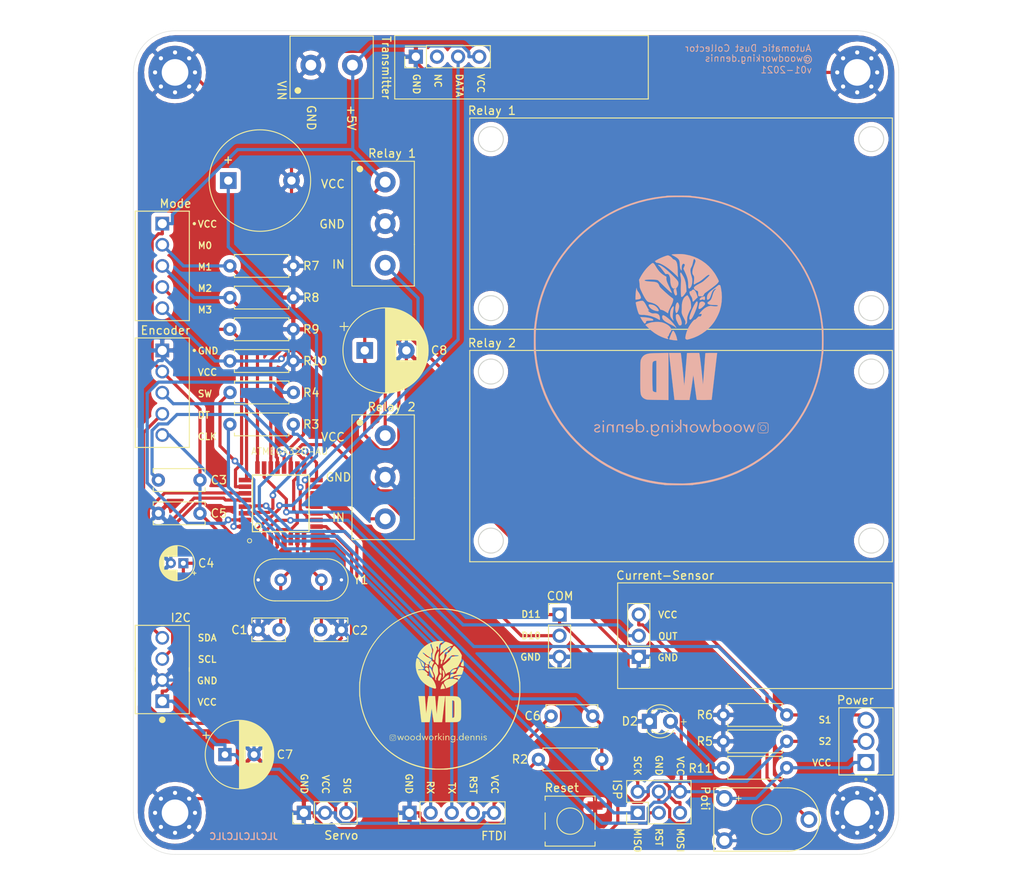
<source format=kicad_pcb>
(kicad_pcb (version 20171130) (host pcbnew "(5.1.7)-1")
  (layers (0 F.Cu signal) (31 B.Cu signal) (34 B.Paste user) (35 F.Paste user) (36 B.SilkS user) (37 F.SilkS user) (38 B.Mask user) (39 F.Mask user) (44 Edge.Cuts user))
  (net 0 "")
  (net 1 D6)
  (net 2 GND)
  (net 3 "Net-(C1-Pad1)")
  (net 4 "Net-(C2-Pad1)")
  (net 5 +5V)
  (net 6 AREF)
  (net 7 "Net-(C6-Pad1)")
  (net 8 RESET)
  (net 9 "Net-(D2-Pad2)")
  (net 10 D12MISO)
  (net 11 D13SCK)
  (net 12 D11MOSI)
  (net 13 RX)
  (net 14 TX)
  (net 15 D8)
  (net 16 "Net-(J4-Pad2)")
  (net 17 D3)
  (net 18 A4)
  (net 19 A5)
  (net 20 D5)
  (net 21 D9)
  (net 22 D7)
  (net 23 D2)
  (net 24 D4)
  (net 25 A0)
  (net 26 A6)
  (net 27 A3)
  (net 28 A2)
  (net 29 A1)
  (net 30 D0)
  (net 31 D1)
  (net 32 A7)
  (net 33 D10)
  (module Custom:woodworking-dennis-40x40 (layer B.Cu) (at 250.571 57.2135 180)
    (fp_text reference G2 hide)
    (fp_text value LOGO hide)
  )
  (module Custom:woodworking-dennis-22x22 (layer F.Cu) (at 221.8055 99.1235)
    (fp_text reference G1 hide)
    (fp_text value LOGO hide)
  )
  (module Crystal:Crystal_HC49-U_Vertical (layer F.Cu) (at 202.708 86)
    (fp_text reference Y1 (at 9.636 0) (layer F.SilkS))
    (fp_text value Crystal)
    (pad 1 thru_hole circle (at 0 0) (size 1.5 1.5) (drill 0.8) (layers *.Cu *.Mask) (net 3 "Net-(C1-Pad1)"))
    (pad 2 thru_hole circle (at 4.88 0) (size 1.5 1.5) (drill 0.8) (layers *.Cu *.Mask) (net 4 "Net-(C2-Pad1)"))
  )
  (module Connector_PinHeader_2.54mm:PinHeader_1x03_P2.54mm_Vertical (layer F.Cu) (at 236.22 90.17)
    (fp_text reference J13 hide)
    (fp_text value D10/D11)
    (pad 1 thru_hole rect (at 0 0) (size 1.7 1.7) (drill 1) (layers *.Cu *.Mask) (net 12 D11MOSI))
    (pad 2 thru_hole oval (at 0 2.54) (size 1.7 1.7) (drill 1) (layers *.Cu *.Mask) (net 33 D10))
    (pad 3 thru_hole oval (at 0 5.08) (size 1.7 1.7) (drill 1) (layers *.Cu *.Mask) (net 2 GND))
  )
  (module Buzzer_Beeper:Buzzer_12x9.5RM7.6 (layer F.Cu) (at 196.4 38)
    (fp_text reference BZ1 hide)
    (fp_text value Buzzer)
    (fp_text user + (at -0.01 -2.54) (layer F.SilkS))
    (pad 1 thru_hole rect (at 0 0) (size 2 2) (drill 1) (layers *.Cu *.Mask) (net 1 D6))
    (pad 2 thru_hole circle (at 7.6 0) (size 2 2) (drill 1) (layers *.Cu *.Mask) (net 2 GND))
  )
  (module Capacitor_THT:C_Disc_D3.8mm_W2.6mm_P2.50mm (layer F.Cu) (at 202.5 92 180)
    (fp_text reference C1 (at 4.761 -0.0115) (layer F.SilkS))
    (fp_text value C)
    (pad 2 thru_hole circle (at 2.5 0 180) (size 1.6 1.6) (drill 0.8) (layers *.Cu *.Mask) (net 2 GND))
    (pad 1 thru_hole circle (at 0 0 180) (size 1.6 1.6) (drill 0.8) (layers *.Cu *.Mask) (net 3 "Net-(C1-Pad1)"))
  )
  (module Capacitor_THT:C_Disc_D3.8mm_W2.6mm_P2.50mm (layer F.Cu) (at 207.5 92)
    (fp_text reference C2 (at 4.717 0.075) (layer F.SilkS))
    (fp_text value C)
    (pad 1 thru_hole circle (at 0 0) (size 1.6 1.6) (drill 0.8) (layers *.Cu *.Mask) (net 4 "Net-(C2-Pad1)"))
    (pad 2 thru_hole circle (at 2.5 0) (size 1.6 1.6) (drill 0.8) (layers *.Cu *.Mask) (net 2 GND))
  )
  (module Capacitor_THT:C_Disc_D6.0mm_W2.5mm_P5.00mm (layer F.Cu) (at 193 74 180)
    (fp_text reference C3 (at -2.2625 0) (layer F.SilkS))
    (fp_text value 0.1u)
    (pad 1 thru_hole circle (at 0 0 180) (size 1.6 1.6) (drill 0.8) (layers *.Cu *.Mask) (net 5 +5V))
    (pad 2 thru_hole circle (at 5 0 180) (size 1.6 1.6) (drill 0.8) (layers *.Cu *.Mask) (net 6 AREF))
  )
  (module Capacitor_THT:CP_Radial_D4.0mm_P1.50mm (layer F.Cu) (at 191 84 180)
    (fp_text reference C4 (at -2.7385 0) (layer F.SilkS))
    (fp_text value 4.7u)
    (pad 1 thru_hole rect (at 0 0 180) (size 1.2 1.2) (drill 0.6) (layers *.Cu *.Mask) (net 5 +5V))
    (pad 2 thru_hole circle (at 1.5 0 180) (size 1.2 1.2) (drill 0.6) (layers *.Cu *.Mask) (net 2 GND))
  )
  (module Capacitor_THT:C_Disc_D6.0mm_W2.5mm_P5.00mm (layer F.Cu) (at 193 78 180)
    (fp_text reference C5 (at -2.2625 0) (layer F.SilkS))
    (fp_text value 0.1u)
    (pad 2 thru_hole circle (at 5 0 180) (size 1.6 1.6) (drill 0.8) (layers *.Cu *.Mask) (net 2 GND))
    (pad 1 thru_hole circle (at 0 0 180) (size 1.6 1.6) (drill 0.8) (layers *.Cu *.Mask) (net 5 +5V))
  )
  (module Capacitor_THT:C_Disc_D6.0mm_W2.5mm_P5.00mm (layer F.Cu) (at 235.204 102.378)
    (fp_text reference C6 (at -2.2225 -0.016) (layer F.SilkS))
    (fp_text value 0.1u)
    (pad 1 thru_hole circle (at 0 0) (size 1.6 1.6) (drill 0.8) (layers *.Cu *.Mask) (net 7 "Net-(C6-Pad1)"))
    (pad 2 thru_hole circle (at 5 0) (size 1.6 1.6) (drill 0.8) (layers *.Cu *.Mask) (net 8 RESET))
  )
  (module Capacitor_THT:CP_Radial_D8.0mm_P3.50mm (layer F.Cu) (at 196 107)
    (fp_text reference C7 (at 7.2 -0.0025) (layer F.SilkS))
    (fp_text value 470u)
    (pad 1 thru_hole rect (at 0 0) (size 1.6 1.6) (drill 0.8) (layers *.Cu *.Mask) (net 5 +5V))
    (pad 2 thru_hole circle (at 3.5 0) (size 1.6 1.6) (drill 0.8) (layers *.Cu *.Mask) (net 2 GND))
  )
  (module Capacitor_THT:CP_Radial_D10.0mm_P5.00mm (layer F.Cu) (at 212.805 58.42)
    (fp_text reference C8 (at 8.937 0) (layer F.SilkS))
    (fp_text value 2200u)
    (pad 1 thru_hole rect (at 0 0) (size 2 2) (drill 1) (layers *.Cu *.Mask) (net 5 +5V))
    (pad 2 thru_hole circle (at 5 0) (size 2 2) (drill 1) (layers *.Cu *.Mask) (net 2 GND))
  )
  (module LED_THT:LED_D3.0mm_Clear (layer F.Cu) (at 247.015 103)
    (fp_text reference D2 (at -2.3495 -0.003) (layer F.SilkS))
    (fp_text value LED)
    (pad 1 thru_hole rect (at 0 0) (size 1.8 1.8) (drill 0.9) (layers *.Cu *.Mask) (net 2 GND))
    (pad 2 thru_hole circle (at 2.54 0) (size 1.8 1.8) (drill 0.9) (layers *.Cu *.Mask) (net 9 "Net-(D2-Pad2)"))
  )
  (module MountingHole:MountingHole_3.2mm_M3_Pad_Via (layer F.Cu) (at 272 114)
    (fp_text reference H1 hide)
    (fp_text value MountingHole_Pad)
    (pad 1 thru_hole circle (at 0 0) (size 6.4 6.4) (drill 3.2) (layers *.Cu *.Mask) (net 2 GND))
    (pad 1 thru_hole circle (at 2.4 0) (size 0.8 0.8) (drill 0.5) (layers *.Cu *.Mask) (net 2 GND))
    (pad 1 thru_hole circle (at 1.697056 1.697056) (size 0.8 0.8) (drill 0.5) (layers *.Cu *.Mask) (net 2 GND))
    (pad 1 thru_hole circle (at 0 2.4) (size 0.8 0.8) (drill 0.5) (layers *.Cu *.Mask) (net 2 GND))
    (pad 1 thru_hole circle (at -1.697056 1.697056) (size 0.8 0.8) (drill 0.5) (layers *.Cu *.Mask) (net 2 GND))
    (pad 1 thru_hole circle (at -2.4 0) (size 0.8 0.8) (drill 0.5) (layers *.Cu *.Mask) (net 2 GND))
    (pad 1 thru_hole circle (at -1.697056 -1.697056) (size 0.8 0.8) (drill 0.5) (layers *.Cu *.Mask) (net 2 GND))
    (pad 1 thru_hole circle (at 0 -2.4) (size 0.8 0.8) (drill 0.5) (layers *.Cu *.Mask) (net 2 GND))
    (pad 1 thru_hole circle (at 1.697056 -1.697056) (size 0.8 0.8) (drill 0.5) (layers *.Cu *.Mask) (net 2 GND))
  )
  (module MountingHole:MountingHole_3.2mm_M3_Pad_Via (layer F.Cu) (at 190 25)
    (fp_text reference H2 hide)
    (fp_text value MountingHole_Pad)
    (pad 1 thru_hole circle (at 1.697056 -1.697056) (size 0.8 0.8) (drill 0.5) (layers *.Cu *.Mask) (net 2 GND))
    (pad 1 thru_hole circle (at 0 -2.4) (size 0.8 0.8) (drill 0.5) (layers *.Cu *.Mask) (net 2 GND))
    (pad 1 thru_hole circle (at -1.697056 -1.697056) (size 0.8 0.8) (drill 0.5) (layers *.Cu *.Mask) (net 2 GND))
    (pad 1 thru_hole circle (at -2.4 0) (size 0.8 0.8) (drill 0.5) (layers *.Cu *.Mask) (net 2 GND))
    (pad 1 thru_hole circle (at -1.697056 1.697056) (size 0.8 0.8) (drill 0.5) (layers *.Cu *.Mask) (net 2 GND))
    (pad 1 thru_hole circle (at 0 2.4) (size 0.8 0.8) (drill 0.5) (layers *.Cu *.Mask) (net 2 GND))
    (pad 1 thru_hole circle (at 1.697056 1.697056) (size 0.8 0.8) (drill 0.5) (layers *.Cu *.Mask) (net 2 GND))
    (pad 1 thru_hole circle (at 2.4 0) (size 0.8 0.8) (drill 0.5) (layers *.Cu *.Mask) (net 2 GND))
    (pad 1 thru_hole circle (at 0 0) (size 6.4 6.4) (drill 3.2) (layers *.Cu *.Mask) (net 2 GND))
  )
  (module MountingHole:MountingHole_3.2mm_M3_Pad_Via (layer F.Cu) (at 272 25)
    (fp_text reference H3 hide)
    (fp_text value MountingHole_Pad)
    (pad 1 thru_hole circle (at 1.697056 -1.697056) (size 0.8 0.8) (drill 0.5) (layers *.Cu *.Mask) (net 2 GND))
    (pad 1 thru_hole circle (at 0 -2.4) (size 0.8 0.8) (drill 0.5) (layers *.Cu *.Mask) (net 2 GND))
    (pad 1 thru_hole circle (at -1.697056 -1.697056) (size 0.8 0.8) (drill 0.5) (layers *.Cu *.Mask) (net 2 GND))
    (pad 1 thru_hole circle (at -2.4 0) (size 0.8 0.8) (drill 0.5) (layers *.Cu *.Mask) (net 2 GND))
    (pad 1 thru_hole circle (at -1.697056 1.697056) (size 0.8 0.8) (drill 0.5) (layers *.Cu *.Mask) (net 2 GND))
    (pad 1 thru_hole circle (at 0 2.4) (size 0.8 0.8) (drill 0.5) (layers *.Cu *.Mask) (net 2 GND))
    (pad 1 thru_hole circle (at 1.697056 1.697056) (size 0.8 0.8) (drill 0.5) (layers *.Cu *.Mask) (net 2 GND))
    (pad 1 thru_hole circle (at 2.4 0) (size 0.8 0.8) (drill 0.5) (layers *.Cu *.Mask) (net 2 GND))
    (pad 1 thru_hole circle (at 0 0) (size 6.4 6.4) (drill 3.2) (layers *.Cu *.Mask) (net 2 GND))
  )
  (module MountingHole:MountingHole_3.2mm_M3_Pad_Via (layer F.Cu) (at 190 114)
    (fp_text reference H4 hide)
    (fp_text value MountingHole_Pad)
    (pad 1 thru_hole circle (at 0 0) (size 6.4 6.4) (drill 3.2) (layers *.Cu *.Mask) (net 2 GND))
    (pad 1 thru_hole circle (at 2.4 0) (size 0.8 0.8) (drill 0.5) (layers *.Cu *.Mask) (net 2 GND))
    (pad 1 thru_hole circle (at 1.697056 1.697056) (size 0.8 0.8) (drill 0.5) (layers *.Cu *.Mask) (net 2 GND))
    (pad 1 thru_hole circle (at 0 2.4) (size 0.8 0.8) (drill 0.5) (layers *.Cu *.Mask) (net 2 GND))
    (pad 1 thru_hole circle (at -1.697056 1.697056) (size 0.8 0.8) (drill 0.5) (layers *.Cu *.Mask) (net 2 GND))
    (pad 1 thru_hole circle (at -2.4 0) (size 0.8 0.8) (drill 0.5) (layers *.Cu *.Mask) (net 2 GND))
    (pad 1 thru_hole circle (at -1.697056 -1.697056) (size 0.8 0.8) (drill 0.5) (layers *.Cu *.Mask) (net 2 GND))
    (pad 1 thru_hole circle (at 0 -2.4) (size 0.8 0.8) (drill 0.5) (layers *.Cu *.Mask) (net 2 GND))
    (pad 1 thru_hole circle (at 1.697056 -1.697056) (size 0.8 0.8) (drill 0.5) (layers *.Cu *.Mask) (net 2 GND))
  )
  (module Connector_PinHeader_2.54mm:PinHeader_2x03_P2.54mm_Vertical (layer F.Cu) (at 245.618 114 90)
    (fp_text reference J1 hide)
    (fp_text value ISP)
    (pad 1 thru_hole rect (at 0 0 90) (size 1.7 1.7) (drill 1) (layers *.Cu *.Mask) (net 10 D12MISO))
    (pad 2 thru_hole oval (at 2.54 0 90) (size 1.7 1.7) (drill 1) (layers *.Cu *.Mask) (net 11 D13SCK))
    (pad 3 thru_hole oval (at 0 2.54 90) (size 1.7 1.7) (drill 1) (layers *.Cu *.Mask) (net 8 RESET))
    (pad 4 thru_hole oval (at 2.54 2.54 90) (size 1.7 1.7) (drill 1) (layers *.Cu *.Mask) (net 2 GND))
    (pad 5 thru_hole oval (at 0 5.08 90) (size 1.7 1.7) (drill 1) (layers *.Cu *.Mask) (net 12 D11MOSI))
    (pad 6 thru_hole oval (at 2.54 5.08 90) (size 1.7 1.7) (drill 1) (layers *.Cu *.Mask) (net 5 +5V))
  )
  (module Connector_PinHeader_2.54mm:PinHeader_1x05_P2.54mm_Vertical (layer F.Cu) (at 218.186 114 90)
    (fp_text reference J2 hide)
    (fp_text value FTDI (at -2.7765 10.16 180) (layer F.SilkS))
    (pad 1 thru_hole rect (at 0 0 90) (size 1.7 1.7) (drill 1) (layers *.Cu *.Mask) (net 2 GND))
    (pad 2 thru_hole oval (at 0 2.54 90) (size 1.7 1.7) (drill 1) (layers *.Cu *.Mask) (net 13 RX))
    (pad 3 thru_hole oval (at 0 5.08 90) (size 1.7 1.7) (drill 1) (layers *.Cu *.Mask) (net 14 TX))
    (pad 4 thru_hole oval (at 0 7.62 90) (size 1.7 1.7) (drill 1) (layers *.Cu *.Mask) (net 7 "Net-(C6-Pad1)"))
    (pad 5 thru_hole oval (at 0 10.16 90) (size 1.7 1.7) (drill 1) (layers *.Cu *.Mask) (net 5 +5V))
  )
  (module Custom:WJ301V-5.0-3P (layer F.Cu) (at 215.265 43.18 270)
    (fp_text reference J3 hide)
    (fp_text value "Relay 1" (at -8.4455 -0.8255 180) (layer F.SilkS))
    (pad 2 thru_hole circle (at 0 0 270) (size 2.5 2.5) (drill 1.3) (layers *.Cu *.Mask) (net 2 GND))
    (pad 1 thru_hole circle (at -5 0 270) (size 2.5 2.5) (drill 1.3) (layers *.Cu *.Mask) (net 5 +5V))
    (pad 3 thru_hole circle (at 5 0 270) (size 2.5 2.5) (drill 1.3) (layers *.Cu *.Mask) (net 15 D8))
  )
  (module Connector_PinHeader_2.54mm:PinHeader_1x04_P2.54mm_Vertical (layer F.Cu) (at 218.948 23.114 90)
    (fp_text reference J4 hide)
    (fp_text value Empfaenger)
    (pad 1 thru_hole rect (at 0 0 90) (size 1.7 1.7) (drill 1) (layers *.Cu *.Mask) (net 2 GND))
    (pad 2 thru_hole oval (at 0 2.54 90) (size 1.7 1.7) (drill 1) (layers *.Cu *.Mask) (net 16 "Net-(J4-Pad2)"))
    (pad 3 thru_hole oval (at 0 5.08 90) (size 1.7 1.7) (drill 1) (layers *.Cu *.Mask) (net 17 D3))
    (pad 4 thru_hole oval (at 0 7.62 90) (size 1.7 1.7) (drill 1) (layers *.Cu *.Mask) (net 5 +5V))
  )
  (module Custom:TE_282834-4 (layer F.Cu) (at 188.468 99.314 90)
    (fp_text reference J5 hide)
    (fp_text value I2C)
    (pad 1 thru_hole rect (at -1.27 0 90) (size 1.65 1.65) (drill 1.1) (layers *.Cu *.Mask) (net 5 +5V))
    (pad 2 thru_hole circle (at 1.27 0 90) (size 1.65 1.65) (drill 1.1) (layers *.Cu *.Mask) (net 2 GND))
    (pad 4 thru_hole circle (at 6.35 0 90) (size 1.65 1.65) (drill 1.1) (layers *.Cu *.Mask) (net 18 A4))
    (pad 3 thru_hole circle (at 3.81 0 90) (size 1.65 1.65) (drill 1.1) (layers *.Cu *.Mask) (net 19 A5))
  )
  (module Connector_PinHeader_2.54mm:PinHeader_1x03_P2.54mm_Vertical (layer F.Cu) (at 205.486 114 90)
    (fp_text reference J6 hide)
    (fp_text value Servo (at -2.713 4.5085 180) (layer F.SilkS))
    (pad 1 thru_hole rect (at 0 0 90) (size 1.7 1.7) (drill 1) (layers *.Cu *.Mask) (net 2 GND))
    (pad 2 thru_hole oval (at 0 2.54 90) (size 1.7 1.7) (drill 1) (layers *.Cu *.Mask) (net 5 +5V))
    (pad 3 thru_hole oval (at 0 5.08 90) (size 1.7 1.7) (drill 1) (layers *.Cu *.Mask) (net 20 D5))
  )
  (module Custom:WJ301V-5.0-3P (layer F.Cu) (at 215.265 73.66 270)
    (fp_text reference J7 hide)
    (fp_text value "Relay 2" (at -8.4455 -0.762 180) (layer F.SilkS))
    (pad 3 thru_hole circle (at 5 0 270) (size 2.5 2.5) (drill 1.3) (layers *.Cu *.Mask) (net 21 D9))
    (pad 1 thru_hole circle (at -5 0 270) (size 2.5 2.5) (drill 1.3) (layers *.Cu *.Mask) (net 5 +5V))
    (pad 2 thru_hole circle (at 0 0 270) (size 2.5 2.5) (drill 1.3) (layers *.Cu *.Mask) (net 2 GND))
  )
  (module Custom:TE_282834-5 (layer F.Cu) (at 188.468 63.5 270)
    (fp_text reference J8 hide)
    (fp_text value Drehencoder)
    (pad 1 thru_hole rect (at -5.08 0 270) (size 1.65 1.65) (drill 1.1) (layers *.Cu *.Mask) (net 2 GND))
    (pad 2 thru_hole circle (at -2.54 0 270) (size 1.65 1.65) (drill 1.1) (layers *.Cu *.Mask) (net 5 +5V))
    (pad 3 thru_hole circle (at 0 0 270) (size 1.65 1.65) (drill 1.1) (layers *.Cu *.Mask) (net 10 D12MISO))
    (pad 4 thru_hole circle (at 2.54 0 270) (size 1.65 1.65) (drill 1.1) (layers *.Cu *.Mask) (net 22 D7))
    (pad 5 thru_hole circle (at 5.08 0 270) (size 1.65 1.65) (drill 1.1) (layers *.Cu *.Mask) (net 23 D2))
  )
  (module Custom:TE_282834-3 (layer F.Cu) (at 273.05 107.95 90)
    (fp_text reference J9 hide)
    (fp_text value "Power Schalter")
    (pad 1 thru_hole rect (at 0 0 90) (size 2.04 2.04) (drill 1.36) (layers *.Cu *.Mask) (net 5 +5V))
    (pad 2 thru_hole circle (at 2.54 0 90) (size 2.04 2.04) (drill 1.36) (layers *.Cu *.Mask) (net 11 D13SCK))
    (pad 3 thru_hole circle (at 5.08 0 90) (size 2.04 2.04) (drill 1.36) (layers *.Cu *.Mask) (net 24 D4))
  )
  (module Connector_PinHeader_2.54mm:PinHeader_1x03_P2.54mm_Vertical (layer F.Cu) (at 245.745 95.25 180)
    (fp_text reference J10 hide)
    (fp_text value Stromsensor)
    (pad 3 thru_hole oval (at 0 5.08 180) (size 1.7 1.7) (drill 1) (layers *.Cu *.Mask) (net 5 +5V))
    (pad 2 thru_hole oval (at 0 2.54 180) (size 1.7 1.7) (drill 1) (layers *.Cu *.Mask) (net 25 A0))
    (pad 1 thru_hole rect (at 0 0 180) (size 1.7 1.7) (drill 1) (layers *.Cu *.Mask) (net 2 GND))
  )
  (module Custom:WJ301V-5.0-2P (layer F.Cu) (at 208.828 24.13)
    (fp_text reference J11 hide)
    (fp_text value VIN)
    (pad 2 thru_hole circle (at 2.5 0) (size 2.5 2.5) (drill 1.3) (layers *.Cu *.Mask) (net 5 +5V))
    (pad 1 thru_hole circle (at -2.5 0) (size 2.5 2.5) (drill 1.3) (layers *.Cu *.Mask) (net 2 GND))
  )
  (module Custom:TE_282834-5 (layer F.Cu) (at 188.468 48.26 270)
    (fp_text reference J12 hide)
    (fp_text value Modusdrehknopf)
    (pad 5 thru_hole circle (at 5.08 0 270) (size 1.65 1.65) (drill 1.1) (layers *.Cu *.Mask) (net 26 A6))
    (pad 4 thru_hole circle (at 2.54 0 270) (size 1.65 1.65) (drill 1.1) (layers *.Cu *.Mask) (net 27 A3))
    (pad 3 thru_hole circle (at 0 0 270) (size 1.65 1.65) (drill 1.1) (layers *.Cu *.Mask) (net 28 A2))
    (pad 2 thru_hole circle (at -2.54 0 270) (size 1.65 1.65) (drill 1.1) (layers *.Cu *.Mask) (net 29 A1))
    (pad 1 thru_hole rect (at -5.08 0 270) (size 1.65 1.65) (drill 1.1) (layers *.Cu *.Mask) (net 5 +5V))
  )
  (module Resistor_THT:R_Axial_DIN0207_L6.3mm_D2.5mm_P7.62mm_Horizontal (layer F.Cu) (at 233.68 107.585)
    (fp_text reference R2 (at -2.2225 -0.016) (layer F.SilkS))
    (fp_text value 1K)
    (pad 2 thru_hole oval (at 7.62 0) (size 1.6 1.6) (drill 0.8) (layers *.Cu *.Mask) (net 8 RESET))
    (pad 1 thru_hole circle (at 0 0) (size 1.6 1.6) (drill 0.8) (layers *.Cu *.Mask) (net 5 +5V))
  )
  (module Resistor_THT:R_Axial_DIN0207_L6.3mm_D2.5mm_P7.62mm_Horizontal (layer F.Cu) (at 196.596 67.31)
    (fp_text reference R3 (at 9.779 0) (layer F.SilkS))
    (fp_text value 1K)
    (pad 2 thru_hole oval (at 7.62 0) (size 1.6 1.6) (drill 0.8) (layers *.Cu *.Mask) (net 30 D0))
    (pad 1 thru_hole circle (at 0 0) (size 1.6 1.6) (drill 0.8) (layers *.Cu *.Mask) (net 13 RX))
  )
  (module Resistor_THT:R_Axial_DIN0207_L6.3mm_D2.5mm_P7.62mm_Horizontal (layer F.Cu) (at 196.611 63.47)
    (fp_text reference R4 (at 9.764 0.029999) (layer F.SilkS))
    (fp_text value 1K)
    (pad 1 thru_hole circle (at 0 0) (size 1.6 1.6) (drill 0.8) (layers *.Cu *.Mask) (net 14 TX))
    (pad 2 thru_hole oval (at 7.62 0) (size 1.6 1.6) (drill 0.8) (layers *.Cu *.Mask) (net 31 D1))
  )
  (module Resistor_THT:R_Axial_DIN0207_L6.3mm_D2.5mm_P7.62mm_Horizontal (layer F.Cu) (at 263.525 105.41 180)
    (fp_text reference R5 (at 9.8425 0) (layer F.SilkS))
    (fp_text value 10k)
    (pad 2 thru_hole oval (at 7.62 0 180) (size 1.6 1.6) (drill 0.8) (layers *.Cu *.Mask) (net 2 GND))
    (pad 1 thru_hole circle (at 0 0 180) (size 1.6 1.6) (drill 0.8) (layers *.Cu *.Mask) (net 11 D13SCK))
  )
  (module Resistor_THT:R_Axial_DIN0207_L6.3mm_D2.5mm_P7.62mm_Horizontal (layer F.Cu) (at 263.525 102.235 180)
    (fp_text reference R6 (at 9.8425 0) (layer F.SilkS))
    (fp_text value 10k)
    (pad 1 thru_hole circle (at 0 0 180) (size 1.6 1.6) (drill 0.8) (layers *.Cu *.Mask) (net 24 D4))
    (pad 2 thru_hole oval (at 7.62 0 180) (size 1.6 1.6) (drill 0.8) (layers *.Cu *.Mask) (net 2 GND))
  )
  (module Resistor_THT:R_Axial_DIN0207_L6.3mm_D2.5mm_P7.62mm_Horizontal (layer F.Cu) (at 196.596 48.26)
    (fp_text reference R7 (at 9.779 0) (layer F.SilkS))
    (fp_text value 10k)
    (pad 1 thru_hole circle (at 0 0) (size 1.6 1.6) (drill 0.8) (layers *.Cu *.Mask) (net 29 A1))
    (pad 2 thru_hole oval (at 7.62 0) (size 1.6 1.6) (drill 0.8) (layers *.Cu *.Mask) (net 2 GND))
  )
  (module Resistor_THT:R_Axial_DIN0207_L6.3mm_D2.5mm_P7.62mm_Horizontal (layer F.Cu) (at 196.596 52.07)
    (fp_text reference R8 (at 9.779 0) (layer F.SilkS))
    (fp_text value 10k)
    (pad 2 thru_hole oval (at 7.62 0) (size 1.6 1.6) (drill 0.8) (layers *.Cu *.Mask) (net 2 GND))
    (pad 1 thru_hole circle (at 0 0) (size 1.6 1.6) (drill 0.8) (layers *.Cu *.Mask) (net 28 A2))
  )
  (module Resistor_THT:R_Axial_DIN0207_L6.3mm_D2.5mm_P7.62mm_Horizontal (layer F.Cu) (at 196.596 55.88)
    (fp_text reference R9 (at 9.779 0) (layer F.SilkS))
    (fp_text value 10k)
    (pad 1 thru_hole circle (at 0 0) (size 1.6 1.6) (drill 0.8) (layers *.Cu *.Mask) (net 27 A3))
    (pad 2 thru_hole oval (at 7.62 0) (size 1.6 1.6) (drill 0.8) (layers *.Cu *.Mask) (net 2 GND))
  )
  (module Resistor_THT:R_Axial_DIN0207_L6.3mm_D2.5mm_P7.62mm_Horizontal (layer F.Cu) (at 196.596 59.69)
    (fp_text reference R10 (at 10.2616 0) (layer F.SilkS))
    (fp_text value 10k)
    (pad 2 thru_hole oval (at 7.62 0) (size 1.6 1.6) (drill 0.8) (layers *.Cu *.Mask) (net 2 GND))
    (pad 1 thru_hole circle (at 0 0) (size 1.6 1.6) (drill 0.8) (layers *.Cu *.Mask) (net 26 A6))
  )
  (module Resistor_THT:R_Axial_DIN0207_L6.3mm_D2.5mm_P7.62mm_Horizontal (layer F.Cu) (at 263.525 108.585 180)
    (fp_text reference R11 (at 10.3505 -0.0635) (layer F.SilkS))
    (fp_text value 390)
    (pad 2 thru_hole oval (at 7.62 0 180) (size 1.6 1.6) (drill 0.8) (layers *.Cu *.Mask) (net 9 "Net-(D2-Pad2)"))
    (pad 1 thru_hole circle (at 0 0 180) (size 1.6 1.6) (drill 0.8) (layers *.Cu *.Mask) (net 5 +5V))
  )
  (module Custom:Potentiometer_silver_naked (layer F.Cu) (at 256.032 112.268 270)
    (fp_text reference RV1k1 hide)
    (fp_text value R_POT)
    (pad 1 thru_hole circle (at 0 0 270) (size 2 2) (drill 1.2) (layers *.Cu *.Mask) (net 5 +5V))
    (pad 3 thru_hole circle (at 5.08 0 270) (size 2 2) (drill 1.2) (layers *.Cu *.Mask) (net 2 GND))
    (pad 2 thru_hole circle (at 2.54 -10.16 270) (size 2 2) (drill 1.2) (layers *.Cu *.Mask) (net 32 A7))
  )
  (module Custom:TS-1187A-B-A-B (layer F.Cu) (at 237.49 115)
    (fp_text reference Reset (at -1 -4) (layer F.SilkS))
    (fp_text value SW_Push)
    (pad 1 smd rect (at -3 -1.875) (size 1.8 1) (layers F.Cu F.Paste F.Mask) (net 2 GND))
    (pad 1 smd rect (at 3 -1.875) (size 1.8 1) (layers F.Cu F.Paste F.Mask) (net 2 GND))
    (pad 2 smd rect (at 3 1.875) (size 1.8 1) (layers F.Cu F.Paste F.Mask) (net 8 RESET))
    (pad 2 smd rect (at -3 1.875) (size 1.8 1) (layers F.Cu F.Paste F.Mask) (net 8 RESET))
  )
  (module Custom:QFP80P900X900X120-32N (layer F.Cu) (at 202.708 76.8 90)
    (fp_text reference U1 hide)
    (fp_text value ATMEGA328-AU (at 6.2515 1.0635 180) (layer F.SilkS) (effects (font (size 0.8 0.8) (thickness 0.1))))
    (pad 1 smd rect (at -4.3 -2.8 90) (size 1.5 0.55) (layers F.Cu F.Paste F.Mask) (net 17 D3))
    (pad 2 smd rect (at -4.3 -2 90) (size 1.5 0.55) (layers F.Cu F.Paste F.Mask) (net 24 D4))
    (pad 3 smd rect (at -4.3 -1.2 90) (size 1.5 0.55) (layers F.Cu F.Paste F.Mask) (net 2 GND))
    (pad 4 smd rect (at -4.3 -0.4 90) (size 1.5 0.55) (layers F.Cu F.Paste F.Mask) (net 5 +5V))
    (pad 5 smd rect (at -4.3 0.4 90) (size 1.5 0.55) (layers F.Cu F.Paste F.Mask) (net 2 GND))
    (pad 6 smd rect (at -4.3 1.2 90) (size 1.5 0.55) (layers F.Cu F.Paste F.Mask) (net 5 +5V))
    (pad 7 smd rect (at -4.3 2 90) (size 1.5 0.55) (layers F.Cu F.Paste F.Mask) (net 3 "Net-(C1-Pad1)"))
    (pad 8 smd rect (at -4.3 2.8 90) (size 1.5 0.55) (layers F.Cu F.Paste F.Mask) (net 4 "Net-(C2-Pad1)"))
    (pad 9 smd rect (at -2.8 4.3 90) (size 0.55 1.5) (layers F.Cu F.Paste F.Mask) (net 20 D5))
    (pad 10 smd rect (at -2 4.3 90) (size 0.55 1.5) (layers F.Cu F.Paste F.Mask) (net 1 D6))
    (pad 11 smd rect (at -1.2 4.3 90) (size 0.55 1.5) (layers F.Cu F.Paste F.Mask) (net 22 D7))
    (pad 12 smd rect (at -0.4 4.3 90) (size 0.55 1.5) (layers F.Cu F.Paste F.Mask) (net 15 D8))
    (pad 13 smd rect (at 0.4 4.3 90) (size 0.55 1.5) (layers F.Cu F.Paste F.Mask) (net 21 D9))
    (pad 14 smd rect (at 1.2 4.3 90) (size 0.55 1.5) (layers F.Cu F.Paste F.Mask) (net 33 D10))
    (pad 15 smd rect (at 2 4.3 90) (size 0.55 1.5) (layers F.Cu F.Paste F.Mask) (net 12 D11MOSI))
    (pad 16 smd rect (at 2.8 4.3 90) (size 0.55 1.5) (layers F.Cu F.Paste F.Mask) (net 10 D12MISO))
    (pad 17 smd rect (at 4.3 2.8 90) (size 1.5 0.55) (layers F.Cu F.Paste F.Mask) (net 11 D13SCK))
    (pad 18 smd rect (at 4.3 2 90) (size 1.5 0.55) (layers F.Cu F.Paste F.Mask) (net 5 +5V))
    (pad 19 smd rect (at 4.3 1.2 90) (size 1.5 0.55) (layers F.Cu F.Paste F.Mask) (net 26 A6))
    (pad 20 smd rect (at 4.3 0.4 90) (size 1.5 0.55) (layers F.Cu F.Paste F.Mask) (net 6 AREF))
    (pad 21 smd rect (at 4.3 -0.4 90) (size 1.5 0.55) (layers F.Cu F.Paste F.Mask) (net 2 GND))
    (pad 22 smd rect (at 4.3 -1.2 90) (size 1.5 0.55) (layers F.Cu F.Paste F.Mask) (net 32 A7))
    (pad 23 smd rect (at 4.3 -2 90) (size 1.5 0.55) (layers F.Cu F.Paste F.Mask) (net 25 A0))
    (pad 24 smd rect (at 4.3 -2.8 90) (size 1.5 0.55) (layers F.Cu F.Paste F.Mask) (net 29 A1))
    (pad 25 smd rect (at 2.8 -4.3 90) (size 0.55 1.5) (layers F.Cu F.Paste F.Mask) (net 28 A2))
    (pad 26 smd rect (at 2 -4.3 90) (size 0.55 1.5) (layers F.Cu F.Paste F.Mask) (net 27 A3))
    (pad 27 smd rect (at 1.2 -4.3 90) (size 0.55 1.5) (layers F.Cu F.Paste F.Mask) (net 18 A4))
    (pad 28 smd rect (at 0.4 -4.3 90) (size 0.55 1.5) (layers F.Cu F.Paste F.Mask) (net 19 A5))
    (pad 29 smd rect (at -0.4 -4.3 90) (size 0.55 1.5) (layers F.Cu F.Paste F.Mask) (net 8 RESET))
    (pad 30 smd rect (at -1.2 -4.3 90) (size 0.55 1.5) (layers F.Cu F.Paste F.Mask) (net 30 D0))
    (pad 31 smd rect (at -2 -4.3 90) (size 0.55 1.5) (layers F.Cu F.Paste F.Mask) (net 31 D1))
    (pad 32 smd rect (at -2.8 -4.3 90) (size 0.55 1.5) (layers F.Cu F.Paste F.Mask) (net 23 D2))
  )
  (gr_text JLCJLCJLCJLC (at 198.247 116.84) (layer B.SilkS) (effects (font (size 0.8 0.8)) (justify mirror)))
  (gr_text ISP (at 243.1415 111.1885 270) (layer F.SilkS) (effects (font (size 1 1))))
  (gr_text "Automatic Dust Collector" (at 258.8895 22.098) (layer B.SilkS) (effects (font (size 0.8 0.8) (thickness 0.1)) (justify mirror)))
  (gr_text v01-2021 (at 263.4615 24.7015) (layer B.SilkS) (effects (font (size 0.8 0.8) (thickness 0.1)) (justify mirror)))
  (gr_text woodworking.dennis (at 259.588 23.3045) (layer B.SilkS) (effects (font (size 0.8 0.8) (thickness 0.1)) (justify mirror)))
  (gr_text @ (at 266.065 23.3045) (layer B.SilkS) (effects (font (size 1 1) (thickness 0.1)) (justify mirror)))
  (gr_text "S1\n\nS2\n\nVCC" (at 268.986 105.41) (layer F.SilkS) (effects (font (size 0.8 0.8)) (justify right)))
  (gr_text COM (at 236.2835 87.9475) (layer F.SilkS) (effects (font (size 1 1))))
  (gr_text "D11\n\nD10\n\nGND" (at 234.061 92.71) (layer F.SilkS) (effects (font (size 0.8 0.8)) (justify right)))
  (gr_text "+5V\n\n\nGND" (at 208.788 28.829 270) (layer F.SilkS) (effects (font (size 1 1)) (justify left)))
  (gr_text "VCC\n\nRST\n\nTX\n\nRX\n\nGND" (at 223.266 111.8235 270) (layer F.SilkS) (effects (font (size 0.8 0.8)) (justify right)))
  (gr_text "SIG\n\nVCC\n\nGND" (at 208.0895 111.8235 270) (layer F.SilkS) (effects (font (size 0.8 0.8)) (justify right)))
  (gr_text "SDA\n\nSCL\n\nGND\n\nVCC" (at 193.8655 96.8375) (layer F.SilkS) (effects (font (size 0.8 0.8))))
  (gr_text "GND\n\nVCC\n\nSW\n\nDT\n\nCLK" (at 192.659 63.627) (layer F.SilkS) (effects (font (size 0.8 0.8)) (justify left)))
  (gr_text "VCC\n\nM0\n\nM1\n\nM2\n\nM3" (at 192.659 48.387) (layer F.SilkS) (effects (font (size 0.8 0.8)) (justify left)))
  (gr_text Current-Sensor (at 248.92 85.471) (layer F.SilkS) (effects (font (size 1 1))))
  (gr_text "Relay 2" (at 228.092 57.531) (layer F.SilkS) (effects (font (size 1 1))))
  (gr_text "Relay 1" (at 228.092 29.591) (layer F.SilkS) (effects (font (size 1 1))))
  (gr_text "VCC \n\n\nGND\n\n\nIN " (at 211.2645 73.66) (layer F.SilkS) (effects (font (size 1 1)) (justify right)))
  (gr_text "VCC \n\n\nGND \n\n\nIN " (at 211.2645 43.2435) (layer F.SilkS) (effects (font (size 1 1)) (justify right)))
  (gr_text + (at 257.7465 112.2045) (layer F.SilkS) (effects (font (size 0.8 0.8) (thickness 0.1))))
  (gr_text + (at 251.1425 102.997) (layer F.SilkS) (effects (font (size 0.8 0.8) (thickness 0.1))))
  (gr_text "VCC\n\nOUT\n\nGND" (at 249.2375 92.7735) (layer F.SilkS) (effects (font (size 0.8 0.8))))
  (gr_text "MOSI\n\nRST\n\nMISO" (at 248.158 115.7605 270) (layer F.SilkS) (effects (font (size 0.8 0.8)) (justify left)))
  (gr_text "VCC\n\nGND\n\nSCK" (at 248.158 109.601 270) (layer F.SilkS) (effects (font (size 0.8 0.8)) (justify right)))
  (gr_text Poti (at 253.746 112.268 270) (layer F.SilkS) (effects (font (size 1 1))))
  (gr_text "VCC\n\nDATA\n\nNC\n\nGND" (at 222.885 25.0825 270) (layer F.SilkS) (effects (font (size 0.8 0.8)) (justify left)))
  (gr_text Power (at 271.78 100.457) (layer F.SilkS) (effects (font (size 1 1))))
  (gr_text Transmitter (at 215.392 24.4475 270) (layer F.SilkS) (effects (font (size 1 0.9))))
  (gr_text VIN (at 202.819 27.178 270) (layer F.SilkS) (effects (font (size 1 1))))
  (gr_text I2C (at 190.6905 90.551) (layer F.SilkS) (effects (font (size 1 1))))
  (gr_text Encoder (at 188.849 56.007) (layer F.SilkS) (effects (font (size 1 1))))
  (gr_text Mode (at 190.0555 40.767) (layer F.SilkS) (effects (font (size 1 1))))
  (gr_line (start 185 114) (end 185 25) (layer Edge.Cuts) (width 0.05))
  (gr_line (start 272 119) (end 190 119) (layer Edge.Cuts) (width 0.05))
  (gr_line (start 277 25) (end 277 114) (layer Edge.Cuts) (width 0.05))
  (gr_line (start 190 20) (end 272 20) (layer Edge.Cuts) (width 0.05))
  (gr_arc (start 190 25) (end 190 20) (angle -90) (layer Edge.Cuts) (width 0.05))
  (gr_arc (start 272 25) (end 277 25) (angle -90) (layer Edge.Cuts) (width 0.05))
  (gr_arc (start 272 114) (end 272 119) (angle -90) (layer Edge.Cuts) (width 0.05))
  (gr_arc (start 190 114) (end 185 114) (angle -90) (layer Edge.Cuts) (width 0.05))
  (gr_line (start 216.408 20.574) (end 246.888 20.574) (layer F.SilkS) (width 0.12))
  (gr_line (start 220.218 21.844) (end 217.678 21.844) (layer F.SilkS) (width 0.12))
  (gr_line (start 246.888 28.194) (end 246.888 20.574) (layer F.SilkS) (width 0.12))
  (gr_line (start 216.408 28.194) (end 246.888 28.194) (layer F.SilkS) (width 0.12))
  (gr_line (start 216.408 20.574) (end 216.408 28.194) (layer F.SilkS) (width 0.12))
  (gr_line (start 243.205 86.36) (end 276.225 86.36) (layer F.SilkS) (width 0.12))
  (gr_line (start 243.205 99.06) (end 243.205 86.36) (layer F.SilkS) (width 0.12))
  (gr_line (start 276.225 99.06) (end 243.205 99.06) (layer F.SilkS) (width 0.12))
  (gr_line (start 276.225 86.36) (end 276.225 99.06) (layer F.SilkS) (width 0.12))
  (gr_circle (center 227.965 81.28) (end 229.465 81.28) (layer Edge.Cuts) (width 0.12))
  (gr_circle (center 227.965 60.96) (end 229.465 60.96) (layer Edge.Cuts) (width 0.12))
  (gr_circle (center 273.685 81.28) (end 275.185 81.28) (layer Edge.Cuts) (width 0.12))
  (gr_circle (center 273.685 60.96) (end 275.185 60.96) (layer Edge.Cuts) (width 0.12))
  (gr_circle (center 273.685 53.34) (end 275.185 53.34) (layer Edge.Cuts) (width 0.12))
  (gr_circle (center 227.965 53.34) (end 229.465 53.34) (layer Edge.Cuts) (width 0.12))
  (gr_circle (center 227.965 33.02) (end 229.465 33.02) (layer Edge.Cuts) (width 0.12))
  (gr_circle (center 273.685 33.02) (end 275.185 33.02) (layer Edge.Cuts) (width 0.12))
  (gr_line (start 276.225 83.82) (end 276.225 58.42) (layer F.SilkS) (width 0.12))
  (gr_line (start 225.425 83.82) (end 276.225 83.82) (layer F.SilkS) (width 0.12))
  (gr_line (start 225.425 58.42) (end 225.425 83.82) (layer F.SilkS) (width 0.12))
  (gr_line (start 276.225 58.42) (end 225.425 58.42) (layer F.SilkS) (width 0.12))
  (gr_line (start 225.425 30.48) (end 276.225 30.48) (layer F.SilkS) (width 0.12))
  (gr_line (start 225.425 55.88) (end 225.425 30.48) (layer F.SilkS) (width 0.12))
  (gr_line (start 276.225 55.88) (end 225.425 55.88) (layer F.SilkS) (width 0.12))
  (gr_line (start 276.225 30.48) (end 276.225 55.88) (layer F.SilkS) (width 0.12))
  (segment (start 205.8672 78.8) (end 205.8672 78.3493) (width 0.381) (layer F.Cu) (net 1))
  (segment (start 205.8672 78.3493) (end 205.0556 77.5377) (width 0.381) (layer F.Cu) (net 1))
  (segment (start 205.0556 77.5377) (end 205.0556 74.8698) (width 0.381) (layer F.Cu) (net 1))
  (segment (start 196.4 38) (end 196.4 45.9593) (width 0.381) (layer B.Cu) (net 1))
  (segment (start 196.4 45.9593) (end 207.0066 56.5659) (width 0.381) (layer B.Cu) (net 1))
  (segment (start 207.0066 56.5659) (end 207.0066 71.1097) (width 0.381) (layer B.Cu) (net 1))
  (segment (start 207.0066 71.1097) (end 204.7785 73.3378) (width 0.381) (layer B.Cu) (net 1))
  (segment (start 204.7785 73.3378) (end 204.7785 74.5927) (width 0.381) (layer B.Cu) (net 1))
  (segment (start 204.7785 74.5927) (end 205.0556 74.8698) (width 0.381) (layer B.Cu) (net 1))
  (segment (start 207.008 78.8) (end 205.8672 78.8) (width 0.381) (layer F.Cu) (net 1))
  (via (at 205.0556 74.8698) (size 0.8) (layers F.Cu B.Cu) (net 1))
  (segment (start 202.308 72.5) (end 202.308 71.3592) (width 0.381) (layer F.Cu) (net 2))
  (segment (start 204.216 59.69) (end 204.216 60.8808) (width 0.381) (layer F.Cu) (net 2))
  (segment (start 204.216 60.8808) (end 202.1739 62.9229) (width 0.381) (layer F.Cu) (net 2))
  (segment (start 202.1739 62.9229) (end 202.1739 71.2251) (width 0.381) (layer F.Cu) (net 2))
  (segment (start 202.1739 71.2251) (end 202.308 71.3592) (width 0.381) (layer F.Cu) (net 2))
  (segment (start 188.468 59.0965) (end 188.468 59.6358) (width 0.381) (layer B.Cu) (net 2))
  (segment (start 188.468 58.42) (end 188.468 59.0965) (width 0.381) (layer B.Cu) (net 2))
  (segment (start 203.6206 59.69) (end 203.6206 59.7135) (width 0.381) (layer B.Cu) (net 2))
  (segment (start 203.6206 59.7135) (end 202.4532 60.8809) (width 0.381) (layer B.Cu) (net 2))
  (segment (start 202.4532 60.8809) (end 190.2524 60.8809) (width 0.381) (layer B.Cu) (net 2))
  (segment (start 190.2524 60.8809) (end 188.468 59.0965) (width 0.381) (layer B.Cu) (net 2))
  (segment (start 204.216 57.0708) (end 203.6206 57.6662) (width 0.381) (layer B.Cu) (net 2))
  (segment (start 203.6206 57.6662) (end 203.6206 59.69) (width 0.381) (layer B.Cu) (net 2))
  (segment (start 188 78) (end 186.0684 76.0684) (width 0.381) (layer B.Cu) (net 2))
  (segment (start 186.0684 76.0684) (end 186.0684 61.5795) (width 0.381) (layer B.Cu) (net 2))
  (segment (start 186.0684 61.5795) (end 188.0121 59.6358) (width 0.381) (layer B.Cu) (net 2))
  (segment (start 188.0121 59.6358) (end 188.468 59.6358) (width 0.381) (layer B.Cu) (net 2))
  (segment (start 189.5 83.0091) (end 189.5 79.5) (width 0.381) (layer B.Cu) (net 2))
  (segment (start 189.5 79.5) (end 188 78) (width 0.381) (layer B.Cu) (net 2))
  (segment (start 204.216 55.88) (end 204.216 57.0708) (width 0.381) (layer B.Cu) (net 2))
  (segment (start 204.216 59.69) (end 203.6206 59.69) (width 0.381) (layer B.Cu) (net 2))
  (segment (start 204.216 48.26) (end 204.216 47.0692) (width 0.381) (layer F.Cu) (net 2))
  (segment (start 204.216 47.0692) (end 204 46.8532) (width 0.381) (layer F.Cu) (net 2))
  (segment (start 204 46.8532) (end 204 38) (width 0.381) (layer F.Cu) (net 2))
  (segment (start 204.216 52.07) (end 204.216 48.26) (width 0.381) (layer F.Cu) (net 2))
  (segment (start 189.5 84) (end 189.5 79.7958) (width 0.381) (layer F.Cu) (net 2))
  (segment (start 189.5 79.7958) (end 192.5362 76.7596) (width 0.381) (layer F.Cu) (net 2))
  (segment (start 192.5362 76.7596) (end 193.4904 76.7596) (width 0.381) (layer F.Cu) (net 2))
  (segment (start 193.4904 76.7596) (end 195.4899 78.7591) (width 0.381) (layer F.Cu) (net 2))
  (segment (start 195.4899 78.7591) (end 195.4899 79.2107) (width 0.381) (layer F.Cu) (net 2))
  (segment (start 195.4899 79.2107) (end 198.5201 82.2409) (width 0.381) (layer F.Cu) (net 2))
  (segment (start 198.5201 82.2409) (end 201.1595 82.2409) (width 0.381) (layer F.Cu) (net 2))
  (segment (start 201.1595 82.2409) (end 201.508 81.8924) (width 0.381) (layer F.Cu) (net 2))
  (segment (start 201.508 81.8924) (end 201.508 81.1) (width 0.381) (layer F.Cu) (net 2))
  (segment (start 190.3514 26.6971) (end 190 27.0485) (width 0.381) (layer F.Cu) (net 2))
  (segment (start 191.6971 26.6971) (end 190.3514 26.6971) (width 0.381) (layer F.Cu) (net 2))
  (segment (start 190 25) (end 190.3514 25.3514) (width 0.381) (layer F.Cu) (net 2))
  (segment (start 190.3514 25.3514) (end 190.3514 26.6971) (width 0.381) (layer F.Cu) (net 2))
  (segment (start 192.6652 25.729) (end 191.6971 26.6971) (width 0.381) (layer F.Cu) (net 2))
  (segment (start 190 27.0485) (end 188.6543 27.0485) (width 0.381) (layer F.Cu) (net 2))
  (segment (start 188.6543 27.0485) (end 188.3029 26.6971) (width 0.381) (layer F.Cu) (net 2))
  (segment (start 190 27.4) (end 190 27.0485) (width 0.381) (layer F.Cu) (net 2))
  (segment (start 199.5 98.044) (end 188.468 98.044) (width 0.381) (layer B.Cu) (net 2))
  (segment (start 203.1865 95) (end 200.1425 98.044) (width 0.381) (layer B.Cu) (net 2))
  (segment (start 200.1425 98.044) (end 199.5 98.044) (width 0.381) (layer B.Cu) (net 2))
  (segment (start 199.5 107) (end 199.5 98.044) (width 0.381) (layer B.Cu) (net 2))
  (segment (start 189.5 84) (end 189.5 83.0091) (width 0.381) (layer B.Cu) (net 2))
  (segment (start 200.5885 84.4115) (end 199.1861 83.0091) (width 0.381) (layer B.Cu) (net 2))
  (segment (start 199.1861 83.0091) (end 189.5 83.0091) (width 0.381) (layer B.Cu) (net 2))
  (segment (start 200.5885 84.4115) (end 202 83) (width 0.635) (layer B.Cu) (net 2))
  (segment (start 202 83) (end 209 83) (width 0.635) (layer B.Cu) (net 2))
  (segment (start 209 83) (end 210 84) (width 0.635) (layer B.Cu) (net 2))
  (segment (start 210 84) (end 210 86) (width 0.635) (layer B.Cu) (net 2))
  (segment (start 200 86) (end 200 85) (width 0.635) (layer B.Cu) (net 2))
  (segment (start 200 85) (end 200.5885 84.4115) (width 0.635) (layer B.Cu) (net 2))
  (segment (start 198.5451 108.2999) (end 204.2452 114) (width 0.381) (layer F.Cu) (net 2))
  (segment (start 192.4 112.3029) (end 194.5421 112.3029) (width 0.381) (layer F.Cu) (net 2))
  (segment (start 194.5421 112.3029) (end 198.5451 108.2999) (width 0.381) (layer F.Cu) (net 2))
  (segment (start 199.5 107) (end 198.5451 107.9549) (width 0.381) (layer F.Cu) (net 2))
  (segment (start 198.5451 107.9549) (end 198.5451 108.2999) (width 0.381) (layer F.Cu) (net 2))
  (segment (start 205.486 114) (end 204.2452 114) (width 0.381) (layer F.Cu) (net 2))
  (segment (start 203.1865 95) (end 203 95) (width 0.381) (layer B.Cu) (net 2))
  (segment (start 203 95) (end 201 93) (width 0.381) (layer B.Cu) (net 2))
  (segment (start 210 92) (end 207 95) (width 0.381) (layer B.Cu) (net 2))
  (segment (start 207 95) (end 203.1865 95) (width 0.381) (layer B.Cu) (net 2))
  (segment (start 192.4 112.3029) (end 191.6971 112.3029) (width 0.381) (layer F.Cu) (net 2))
  (segment (start 192.4 112.3029) (end 192.4 114) (width 0.381) (layer F.Cu) (net 2))
  (segment (start 245.745 95.25) (end 245.745 99.1368) (width 0.381) (layer B.Cu) (net 2))
  (segment (start 245.745 99.1368) (end 248.3116 101.7034) (width 0.381) (layer B.Cu) (net 2))
  (segment (start 245.745 95.25) (end 236.22 95.25) (width 0.381) (layer B.Cu) (net 2))
  (segment (start 248.3116 101.7034) (end 254.1826 101.7034) (width 0.381) (layer B.Cu) (net 2))
  (segment (start 254.1826 101.7034) (end 254.7142 102.235) (width 0.381) (layer B.Cu) (net 2))
  (segment (start 247.015 103) (end 248.3116 101.7034) (width 0.381) (layer B.Cu) (net 2))
  (segment (start 210.185 48.26) (end 215.265 43.18) (width 0.381) (layer B.Cu) (net 2))
  (segment (start 204.216 48.26) (end 210.185 48.26) (width 0.381) (layer B.Cu) (net 2))
  (segment (start 217.805 58.42) (end 217.805 55.88) (width 0.381) (layer B.Cu) (net 2))
  (segment (start 217.805 55.88) (end 210.185 48.26) (width 0.381) (layer B.Cu) (net 2))
  (segment (start 218.186 114) (end 216.9452 114) (width 0.381) (layer F.Cu) (net 2))
  (segment (start 205.486 114) (end 206.7268 114) (width 0.381) (layer F.Cu) (net 2))
  (segment (start 206.7268 114) (end 206.7268 114.4653) (width 0.381) (layer F.Cu) (net 2))
  (segment (start 206.7268 114.4653) (end 208.1481 115.8866) (width 0.381) (layer F.Cu) (net 2))
  (segment (start 208.1481 115.8866) (end 215.0586 115.8866) (width 0.381) (layer F.Cu) (net 2))
  (segment (start 215.0586 115.8866) (end 216.9452 114) (width 0.381) (layer F.Cu) (net 2))
  (segment (start 200 92) (end 200 86) (width 0.635) (layer B.Cu) (net 2))
  (segment (start 204 26.458) (end 193.3942 26.458) (width 0.381) (layer F.Cu) (net 2))
  (segment (start 193.3942 26.458) (end 192.6652 25.729) (width 0.381) (layer F.Cu) (net 2))
  (segment (start 192.6652 25.729) (end 192.6652 25.2652) (width 0.381) (layer F.Cu) (net 2))
  (segment (start 192.6652 25.2652) (end 192.4 25) (width 0.381) (layer F.Cu) (net 2))
  (segment (start 234.49 113.125) (end 233.1992 113.125) (width 0.381) (layer F.Cu) (net 2))
  (segment (start 218.186 114) (end 219.4268 114) (width 0.381) (layer F.Cu) (net 2))
  (segment (start 219.4268 114) (end 219.4268 114.4653) (width 0.381) (layer F.Cu) (net 2))
  (segment (start 219.4268 114.4653) (end 220.2113 115.2498) (width 0.381) (layer F.Cu) (net 2))
  (segment (start 220.2113 115.2498) (end 231.0744 115.2498) (width 0.381) (layer F.Cu) (net 2))
  (segment (start 231.0744 115.2498) (end 233.1992 113.125) (width 0.381) (layer F.Cu) (net 2))
  (segment (start 269.6 25) (end 269.6 25.9942) (width 0.381) (layer F.Cu) (net 2))
  (segment (start 269.6 25.9942) (end 270.3029 26.6971) (width 0.381) (layer F.Cu) (net 2))
  (segment (start 218.3276 23.114) (end 220.2136 25) (width 0.381) (layer F.Cu) (net 2))
  (segment (start 220.2136 25) (end 269.6 25) (width 0.381) (layer F.Cu) (net 2))
  (segment (start 255.905 102.235) (end 254.7142 102.235) (width 0.381) (layer B.Cu) (net 2))
  (segment (start 272 27.4) (end 271.0058 27.4) (width 0.381) (layer F.Cu) (net 2))
  (segment (start 271.0058 27.4) (end 270.3029 26.6971) (width 0.381) (layer F.Cu) (net 2))
  (segment (start 273.6971 26.6971) (end 272.9942 27.4) (width 0.381) (layer F.Cu) (net 2))
  (segment (start 272.9942 27.4) (end 272 27.4) (width 0.381) (layer F.Cu) (net 2))
  (segment (start 273.6971 25.7029) (end 273.6971 26.6971) (width 0.381) (layer F.Cu) (net 2))
  (segment (start 274.4 25) (end 273.6971 25.7029) (width 0.381) (layer F.Cu) (net 2))
  (segment (start 272 25) (end 272.9942 25) (width 0.381) (layer F.Cu) (net 2))
  (segment (start 272.9942 25) (end 273.6971 25.7029) (width 0.381) (layer F.Cu) (net 2))
  (segment (start 218.3276 23.114) (end 217.7072 23.114) (width 0.381) (layer F.Cu) (net 2))
  (segment (start 218.948 23.114) (end 218.3276 23.114) (width 0.381) (layer F.Cu) (net 2))
  (segment (start 204 26.458) (end 206.328 24.13) (width 0.381) (layer F.Cu) (net 2))
  (segment (start 204 38) (end 204 26.458) (width 0.381) (layer F.Cu) (net 2))
  (segment (start 204.216 55.88) (end 204.216 52.07) (width 0.381) (layer F.Cu) (net 2))
  (segment (start 273.6971 23.3029) (end 274.4 24.0058) (width 0.381) (layer F.Cu) (net 2))
  (segment (start 274.4 24.0058) (end 274.4 25) (width 0.381) (layer F.Cu) (net 2))
  (segment (start 272 22.6) (end 271.0058 22.6) (width 0.381) (layer B.Cu) (net 2))
  (segment (start 271.0058 22.6) (end 270.3029 23.3029) (width 0.381) (layer B.Cu) (net 2))
  (segment (start 272 22.6) (end 272.9942 22.6) (width 0.381) (layer B.Cu) (net 2))
  (segment (start 272.9942 22.6) (end 273.6971 23.3029) (width 0.381) (layer B.Cu) (net 2))
  (segment (start 270.3029 114.7029) (end 270.3029 115.6971) (width 0.381) (layer F.Cu) (net 2))
  (segment (start 269.6 114) (end 270.3029 114.7029) (width 0.381) (layer F.Cu) (net 2))
  (segment (start 272 114) (end 271.0058 114) (width 0.381) (layer F.Cu) (net 2))
  (segment (start 271.0058 114) (end 270.3029 114.7029) (width 0.381) (layer F.Cu) (net 2))
  (segment (start 254.5985 115.2718) (end 254.5985 115.9145) (width 0.381) (layer F.Cu) (net 2))
  (segment (start 254.5985 115.9145) (end 256.032 117.348) (width 0.381) (layer F.Cu) (net 2))
  (segment (start 255.905 106.6008) (end 254.5985 107.9073) (width 0.381) (layer F.Cu) (net 2))
  (segment (start 254.5985 107.9073) (end 254.5985 115.2718) (width 0.381) (layer F.Cu) (net 2))
  (segment (start 254.5985 115.2718) (end 250.1524 115.2718) (width 0.381) (layer F.Cu) (net 2))
  (segment (start 250.1524 115.2718) (end 249.4571 114.5765) (width 0.381) (layer F.Cu) (net 2))
  (segment (start 249.4571 114.5765) (end 249.4571 113.4857) (width 0.381) (layer F.Cu) (net 2))
  (segment (start 249.4571 113.4857) (end 248.6722 112.7008) (width 0.381) (layer F.Cu) (net 2))
  (segment (start 248.6722 112.7008) (end 248.158 112.7008) (width 0.381) (layer F.Cu) (net 2))
  (segment (start 248.158 111.46) (end 248.158 112.7008) (width 0.381) (layer F.Cu) (net 2))
  (segment (start 206.328 24.13) (end 207.9808 22.4772) (width 0.381) (layer F.Cu) (net 2))
  (segment (start 207.9808 22.4772) (end 217.0704 22.4772) (width 0.381) (layer F.Cu) (net 2))
  (segment (start 217.0704 22.4772) (end 217.7072 23.114) (width 0.381) (layer F.Cu) (net 2))
  (segment (start 192.4 25) (end 191.6971 24.2971) (width 0.381) (layer F.Cu) (net 2))
  (segment (start 191.6971 24.2971) (end 191.6971 23.3029) (width 0.381) (layer F.Cu) (net 2))
  (segment (start 190 22.6) (end 189.0058 22.6) (width 0.381) (layer F.Cu) (net 2))
  (segment (start 189.0058 22.6) (end 188.3029 23.3029) (width 0.381) (layer F.Cu) (net 2))
  (segment (start 188.3029 23.3029) (end 187.6 24.0058) (width 0.381) (layer F.Cu) (net 2))
  (segment (start 187.6 24.0058) (end 187.6 25) (width 0.381) (layer F.Cu) (net 2))
  (segment (start 187.6 25) (end 188.3029 25.7029) (width 0.381) (layer F.Cu) (net 2))
  (segment (start 188.3029 25.7029) (end 188.3029 26.6971) (width 0.381) (layer F.Cu) (net 2))
  (segment (start 190.7029 115.6971) (end 190 116.4) (width 0.381) (layer B.Cu) (net 2))
  (segment (start 191.6971 115.6971) (end 190.7029 115.6971) (width 0.381) (layer B.Cu) (net 2))
  (segment (start 190 114) (end 190.7029 114.7029) (width 0.381) (layer B.Cu) (net 2))
  (segment (start 190.7029 114.7029) (end 190.7029 115.6971) (width 0.381) (layer B.Cu) (net 2))
  (segment (start 187.6 114) (end 188.3029 114.7029) (width 0.381) (layer F.Cu) (net 2))
  (segment (start 188.3029 114.7029) (end 188.3029 115.6971) (width 0.381) (layer F.Cu) (net 2))
  (segment (start 255.905 105.41) (end 255.905 106.6008) (width 0.381) (layer F.Cu) (net 2))
  (segment (start 255.905 102.235) (end 255.905 105.41) (width 0.381) (layer F.Cu) (net 2))
  (segment (start 270.3029 115.6971) (end 268.652 117.348) (width 0.381) (layer B.Cu) (net 2))
  (segment (start 268.652 117.348) (end 256.032 117.348) (width 0.381) (layer B.Cu) (net 2))
  (segment (start 270.3029 115.6971) (end 271.2971 115.6971) (width 0.381) (layer B.Cu) (net 2))
  (segment (start 271.2971 115.6971) (end 272 116.4) (width 0.381) (layer B.Cu) (net 2))
  (segment (start 269.6 114) (end 270.3029 113.2971) (width 0.381) (layer F.Cu) (net 2))
  (segment (start 270.3029 113.2971) (end 270.3029 112.3029) (width 0.381) (layer F.Cu) (net 2))
  (segment (start 215.265 73.66) (end 217.805 71.12) (width 0.381) (layer F.Cu) (net 2))
  (segment (start 217.805 71.12) (end 217.805 58.42) (width 0.381) (layer F.Cu) (net 2))
  (segment (start 187.6 114) (end 188.3029 113.2971) (width 0.381) (layer F.Cu) (net 2))
  (segment (start 188.3029 113.2971) (end 188.3029 112.3029) (width 0.381) (layer F.Cu) (net 2))
  (segment (start 200 92) (end 203 95) (width 0.381) (layer F.Cu) (net 2))
  (segment (start 203 95) (end 208 95) (width 0.381) (layer F.Cu) (net 2))
  (segment (start 208 95) (end 210 93) (width 0.381) (layer F.Cu) (net 2))
  (segment (start 274.4 114) (end 273.6971 113.2971) (width 0.381) (layer F.Cu) (net 2))
  (segment (start 273.6971 113.2971) (end 273.6971 112.3029) (width 0.381) (layer F.Cu) (net 2))
  (segment (start 273.6971 115.6971) (end 272.7029 115.6971) (width 0.381) (layer B.Cu) (net 2))
  (segment (start 272.7029 115.6971) (end 272 116.4) (width 0.381) (layer B.Cu) (net 2))
  (segment (start 270.3029 112.3029) (end 271.2971 112.3029) (width 0.381) (layer B.Cu) (net 2))
  (segment (start 271.2971 112.3029) (end 272 111.6) (width 0.381) (layer B.Cu) (net 2))
  (segment (start 273.6971 112.3029) (end 272.7029 112.3029) (width 0.381) (layer B.Cu) (net 2))
  (segment (start 272.7029 112.3029) (end 272 111.6) (width 0.381) (layer B.Cu) (net 2))
  (segment (start 188.3029 115.6971) (end 189.2971 115.6971) (width 0.381) (layer B.Cu) (net 2))
  (segment (start 189.2971 115.6971) (end 190 116.4) (width 0.381) (layer B.Cu) (net 2))
  (segment (start 188.3029 112.3029) (end 189.2971 112.3029) (width 0.381) (layer B.Cu) (net 2))
  (segment (start 189.2971 112.3029) (end 190 111.6) (width 0.381) (layer B.Cu) (net 2))
  (segment (start 191.6971 112.3029) (end 190.7029 112.3029) (width 0.381) (layer B.Cu) (net 2))
  (segment (start 190.7029 112.3029) (end 190 111.6) (width 0.381) (layer B.Cu) (net 2))
  (segment (start 236.4497 113.125) (end 234.49 113.125) (width 0.381) (layer F.Cu) (net 2))
  (segment (start 240.49 113.125) (end 236.4497 113.125) (width 0.381) (layer F.Cu) (net 2))
  (segment (start 236.4497 113.125) (end 236.4497 96.7205) (width 0.381) (layer F.Cu) (net 2))
  (segment (start 236.4497 96.7205) (end 236.22 96.4908) (width 0.381) (layer F.Cu) (net 2))
  (segment (start 236.22 95.25) (end 236.22 96.4908) (width 0.381) (layer F.Cu) (net 2))
  (segment (start 210 86) (end 210 84) (width 0.635) (layer F.Cu) (net 2))
  (segment (start 210 84) (end 208 82) (width 0.635) (layer F.Cu) (net 2))
  (segment (start 210 92) (end 210 86) (width 0.635) (layer F.Cu) (net 2))
  (segment (start 200 86) (end 200 85.3645) (width 0.635) (layer F.Cu) (net 2))
  (segment (start 200 85.3645) (end 203.108 82.2565) (width 0.635) (layer F.Cu) (net 2))
  (segment (start 203.108 82.2565) (end 203.108 81.1) (width 0.635) (layer F.Cu) (net 2))
  (segment (start 200 92) (end 200 86) (width 0.635) (layer F.Cu) (net 2))
  (segment (start 210 86) (end 210 92) (width 0.635) (layer B.Cu) (net 2))
  (via (at 210 86) (size 0.8) (layers F.Cu B.Cu) (net 2))
  (via (at 200 86) (size 0.8) (layers F.Cu B.Cu) (net 2))
  (segment (start 204.708 81.1) (end 204.708 84) (width 0.381) (layer F.Cu) (net 3))
  (segment (start 204.708 84) (end 202.708 86) (width 0.381) (layer F.Cu) (net 3))
  (segment (start 202.708 86) (end 202.708 91.792) (width 0.381) (layer F.Cu) (net 3))
  (segment (start 202.708 91.792) (end 202.5 92) (width 0.381) (layer F.Cu) (net 3))
  (segment (start 205.508 81.1) (end 205.508 83.92) (width 0.381) (layer F.Cu) (net 4))
  (segment (start 205.508 83.92) (end 207.588 86) (width 0.381) (layer F.Cu) (net 4))
  (segment (start 207.588 86) (end 207.588 91.912) (width 0.381) (layer F.Cu) (net 4))
  (segment (start 207.588 91.912) (end 207.5 92) (width 0.381) (layer F.Cu) (net 4))
  (segment (start 188.468 43.18) (end 188.468 44.3958) (width 0.381) (layer F.Cu) (net 5))
  (segment (start 188.468 60.96) (end 187.2522 59.7442) (width 0.381) (layer F.Cu) (net 5))
  (segment (start 187.2522 59.7442) (end 187.2522 45.1556) (width 0.381) (layer F.Cu) (net 5))
  (segment (start 187.2522 45.1556) (end 188.012 44.3958) (width 0.381) (layer F.Cu) (net 5))
  (segment (start 188.012 44.3958) (end 188.468 44.3958) (width 0.381) (layer F.Cu) (net 5))
  (segment (start 193 74) (end 193 65.492) (width 0.381) (layer F.Cu) (net 5))
  (segment (start 193 65.492) (end 188.468 60.96) (width 0.381) (layer F.Cu) (net 5))
  (segment (start 203.8015 80.0658) (end 204.696 79.1713) (width 0.381) (layer F.Cu) (net 5))
  (segment (start 204.696 79.1713) (end 204.696 78.0676) (width 0.381) (layer F.Cu) (net 5))
  (segment (start 204.696 78.0676) (end 204.263 77.6346) (width 0.381) (layer F.Cu) (net 5))
  (segment (start 204.263 77.6346) (end 204.263 74.0858) (width 0.381) (layer F.Cu) (net 5))
  (segment (start 204.263 74.0858) (end 204.708 73.6408) (width 0.381) (layer F.Cu) (net 5))
  (segment (start 215.265 38.18) (end 212.805 40.64) (width 0.381) (layer F.Cu) (net 5))
  (segment (start 212.805 40.64) (end 212.805 58.42) (width 0.381) (layer F.Cu) (net 5))
  (segment (start 211.361 34.276) (end 215.265 38.18) (width 0.381) (layer B.Cu) (net 5))
  (segment (start 211.361 24.13) (end 211.361 34.276) (width 0.381) (layer B.Cu) (net 5))
  (segment (start 189.6838 43.18) (end 189.6838 42.1162) (width 0.381) (layer B.Cu) (net 5))
  (segment (start 189.6838 42.1162) (end 197.524 34.276) (width 0.381) (layer B.Cu) (net 5))
  (segment (start 197.524 34.276) (end 211.361 34.276) (width 0.381) (layer B.Cu) (net 5))
  (segment (start 188.468 43.18) (end 189.6838 43.18) (width 0.381) (layer B.Cu) (net 5))
  (segment (start 225.3272 23.114) (end 225.3272 22.5998) (width 0.381) (layer B.Cu) (net 5))
  (segment (start 225.3272 22.5998) (end 224.5518 21.8244) (width 0.381) (layer B.Cu) (net 5))
  (segment (start 224.5518 21.8244) (end 213.6666 21.8244) (width 0.381) (layer B.Cu) (net 5))
  (segment (start 213.6666 21.8244) (end 211.361 24.13) (width 0.381) (layer B.Cu) (net 5))
  (segment (start 211.328 24.13) (end 211.361 24.13) (width 0.381) (layer B.Cu) (net 5))
  (segment (start 204.708 73.0704) (end 204.708 72.5) (width 0.381) (layer F.Cu) (net 5))
  (segment (start 204.708 73.0704) (end 204.708 73.6408) (width 0.381) (layer F.Cu) (net 5))
  (segment (start 212.805 58.42) (end 212.805 59.8108) (width 0.381) (layer F.Cu) (net 5))
  (segment (start 212.805 59.8108) (end 215.265 62.2708) (width 0.381) (layer F.Cu) (net 5))
  (segment (start 215.265 62.2708) (end 215.265 68.66) (width 0.381) (layer F.Cu) (net 5))
  (segment (start 226.568 23.114) (end 225.3272 23.114) (width 0.381) (layer B.Cu) (net 5))
  (segment (start 249.4572 111.46) (end 249.4572 111.9742) (width 0.381) (layer B.Cu) (net 5))
  (segment (start 249.4572 111.9742) (end 248.7014 112.73) (width 0.381) (layer B.Cu) (net 5))
  (segment (start 248.7014 112.73) (end 247.5808 112.73) (width 0.381) (layer B.Cu) (net 5))
  (segment (start 247.5808 112.73) (end 246.888 113.4228) (width 0.381) (layer B.Cu) (net 5))
  (segment (start 246.888 113.4228) (end 246.888 115.0511) (width 0.381) (layer B.Cu) (net 5))
  (segment (start 246.888 115.0511) (end 246.6982 115.2409) (width 0.381) (layer B.Cu) (net 5))
  (segment (start 246.6982 115.2409) (end 241.3359 115.2409) (width 0.381) (layer B.Cu) (net 5))
  (segment (start 241.3359 115.2409) (end 233.68 107.585) (width 0.381) (layer B.Cu) (net 5))
  (segment (start 193 78) (end 193 74) (width 0.381) (layer B.Cu) (net 5))
  (segment (start 263.525 108.585) (end 271.0042 108.585) (width 0.381) (layer B.Cu) (net 5))
  (segment (start 271.0042 108.585) (end 271.6392 107.95) (width 0.381) (layer B.Cu) (net 5))
  (segment (start 273.05 107.95) (end 271.6392 107.95) (width 0.381) (layer B.Cu) (net 5))
  (segment (start 263.525 108.585) (end 259.842 112.268) (width 0.381) (layer B.Cu) (net 5))
  (segment (start 259.842 112.268) (end 256.032 112.268) (width 0.381) (layer B.Cu) (net 5))
  (segment (start 197.1908 107) (end 198.9628 108.772) (width 0.381) (layer B.Cu) (net 5))
  (segment (start 198.9628 108.772) (end 202.5654 108.772) (width 0.381) (layer B.Cu) (net 5))
  (segment (start 202.5654 108.772) (end 206.7852 112.9918) (width 0.381) (layer B.Cu) (net 5))
  (segment (start 206.7852 112.9918) (end 206.7852 114) (width 0.381) (layer B.Cu) (net 5))
  (segment (start 203.8015 80.0658) (end 203.908 80.1721) (width 0.381) (layer F.Cu) (net 5))
  (segment (start 203.908 80.1721) (end 203.908 81.1) (width 0.381) (layer F.Cu) (net 5))
  (segment (start 202.308 81.1) (end 202.308 79.969) (width 0.381) (layer F.Cu) (net 5))
  (segment (start 202.308 79.969) (end 202.318 79.9595) (width 0.381) (layer F.Cu) (net 5))
  (segment (start 202.318 79.9595) (end 203.695 79.9595) (width 0.381) (layer F.Cu) (net 5))
  (segment (start 203.695 79.9595) (end 203.8015 80.0658) (width 0.381) (layer F.Cu) (net 5))
  (segment (start 250.698 111.46) (end 249.4572 111.46) (width 0.381) (layer B.Cu) (net 5))
  (segment (start 250.698 111.46) (end 250.698 110.2192) (width 0.381) (layer F.Cu) (net 5))
  (segment (start 245.745 90.17) (end 245.745 91.4108) (width 0.381) (layer F.Cu) (net 5))
  (segment (start 245.745 91.4108) (end 246.2103 91.4108) (width 0.381) (layer F.Cu) (net 5))
  (segment (start 246.2103 91.4108) (end 250.8524 96.0529) (width 0.381) (layer F.Cu) (net 5))
  (segment (start 250.8524 96.0529) (end 250.8524 110.0648) (width 0.381) (layer F.Cu) (net 5))
  (segment (start 250.8524 110.0648) (end 250.698 110.2192) (width 0.381) (layer F.Cu) (net 5))
  (segment (start 188.468 100.584) (end 188.468 99.3682) (width 0.381) (layer F.Cu) (net 5))
  (segment (start 188.468 99.3682) (end 188.9239 99.3682) (width 0.381) (layer F.Cu) (net 5))
  (segment (start 188.9239 99.3682) (end 191 97.2921) (width 0.381) (layer F.Cu) (net 5))
  (segment (start 191 97.2921) (end 191 84) (width 0.381) (layer F.Cu) (net 5))
  (segment (start 256.032 112.268) (end 255.224 111.46) (width 0.381) (layer B.Cu) (net 5))
  (segment (start 255.224 111.46) (end 250.698 111.46) (width 0.381) (layer B.Cu) (net 5))
  (segment (start 208.026 114) (end 209.2668 114) (width 0.381) (layer B.Cu) (net 5))
  (segment (start 228.346 114) (end 227.1052 114) (width 0.381) (layer B.Cu) (net 5))
  (segment (start 227.1052 114) (end 227.1052 114.4653) (width 0.381) (layer B.Cu) (net 5))
  (segment (start 227.1052 114.4653) (end 226.3118 115.2587) (width 0.381) (layer B.Cu) (net 5))
  (segment (start 226.3118 115.2587) (end 210.0113 115.2587) (width 0.381) (layer B.Cu) (net 5))
  (segment (start 210.0113 115.2587) (end 209.2668 114.5142) (width 0.381) (layer B.Cu) (net 5))
  (segment (start 209.2668 114.5142) (end 209.2668 114) (width 0.381) (layer B.Cu) (net 5))
  (segment (start 196 107) (end 196 105.8092) (width 0.381) (layer B.Cu) (net 5))
  (segment (start 188.468 100.584) (end 189.6838 100.584) (width 0.381) (layer B.Cu) (net 5))
  (segment (start 189.6838 100.584) (end 194.909 105.8092) (width 0.381) (layer B.Cu) (net 5))
  (segment (start 194.909 105.8092) (end 196 105.8092) (width 0.381) (layer B.Cu) (net 5))
  (segment (start 196 107) (end 197.1908 107) (width 0.381) (layer B.Cu) (net 5))
  (segment (start 208.026 114) (end 206.7852 114) (width 0.381) (layer B.Cu) (net 5))
  (segment (start 228.346 114) (end 228.346 112.7592) (width 0.381) (layer F.Cu) (net 5))
  (segment (start 233.68 107.585) (end 228.5058 112.7592) (width 0.381) (layer F.Cu) (net 5))
  (segment (start 228.5058 112.7592) (end 228.346 112.7592) (width 0.381) (layer F.Cu) (net 5))
  (segment (start 193 78) (end 199 84) (width 0.381) (layer F.Cu) (net 5))
  (segment (start 199 84) (end 191 84) (width 0.381) (layer F.Cu) (net 5))
  (segment (start 200 84) (end 199 84) (width 0.381) (layer F.Cu) (net 5))
  (segment (start 202.308 81.1) (end 202.308 82.0279) (width 0.381) (layer F.Cu) (net 5))
  (segment (start 202.308 82.0279) (end 200.336 84) (width 0.381) (layer F.Cu) (net 5))
  (segment (start 200.336 84) (end 200 84) (width 0.381) (layer F.Cu) (net 5))
  (segment (start 199 84) (end 200 84) (width 0.381) (layer F.Cu) (net 5))
  (segment (start 202.9677 70.8381) (end 198.2487 66.1191) (width 0.381) (layer B.Cu) (net 6))
  (segment (start 198.2487 66.1191) (end 190.2391 66.1191) (width 0.381) (layer B.Cu) (net 6))
  (segment (start 190.2391 66.1191) (end 189.1023 67.2559) (width 0.381) (layer B.Cu) (net 6))
  (segment (start 189.1023 67.2559) (end 188.031 67.2559) (width 0.381) (layer B.Cu) (net 6))
  (segment (start 188.031 67.2559) (end 187.2385 68.0484) (width 0.381) (layer B.Cu) (net 6))
  (segment (start 187.2385 68.0484) (end 187.2385 73.2385) (width 0.381) (layer B.Cu) (net 6))
  (segment (start 187.2385 73.2385) (end 188 74) (width 0.381) (layer B.Cu) (net 6))
  (segment (start 203.108 72.5) (end 203.108 70.9784) (width 0.381) (layer F.Cu) (net 6))
  (segment (start 203.108 70.9784) (end 202.9677 70.8381) (width 0.381) (layer F.Cu) (net 6))
  (via (at 202.9677 70.8381) (size 0.8) (layers F.Cu B.Cu) (net 6))
  (segment (start 225.806 114) (end 225.806 111.776) (width 0.381) (layer F.Cu) (net 7))
  (segment (start 225.806 111.776) (end 235.204 102.378) (width 0.381) (layer F.Cu) (net 7))
  (segment (start 200.9448 77.0973) (end 204.0228 80.1753) (width 0.381) (layer B.Cu) (net 8))
  (segment (start 204.0228 80.1753) (end 210.3937 80.1753) (width 0.381) (layer B.Cu) (net 8))
  (segment (start 210.3937 80.1753) (end 230.5184 100.3) (width 0.381) (layer B.Cu) (net 8))
  (segment (start 230.5184 100.3) (end 238.126 100.3) (width 0.381) (layer B.Cu) (net 8))
  (segment (start 238.126 100.3) (end 240.204 102.378) (width 0.381) (layer B.Cu) (net 8))
  (segment (start 198.408 77.2) (end 199.5488 77.2) (width 0.381) (layer F.Cu) (net 8))
  (segment (start 199.5488 77.2) (end 199.6515 77.0973) (width 0.381) (layer F.Cu) (net 8))
  (segment (start 199.6515 77.0973) (end 200.9448 77.0973) (width 0.381) (layer F.Cu) (net 8))
  (segment (start 241.3 107.585) (end 241.3 108.7758) (width 0.381) (layer F.Cu) (net 8))
  (segment (start 243.2244 115.2409) (end 243.2244 110.7002) (width 0.381) (layer F.Cu) (net 8))
  (segment (start 243.2244 110.7002) (end 241.3 108.7758) (width 0.381) (layer F.Cu) (net 8))
  (segment (start 243.2244 115.2409) (end 246.6844 115.2409) (width 0.381) (layer F.Cu) (net 8))
  (segment (start 246.6844 115.2409) (end 246.9172 115.0081) (width 0.381) (layer F.Cu) (net 8))
  (segment (start 246.9172 115.0081) (end 246.9172 114) (width 0.381) (layer F.Cu) (net 8))
  (segment (start 241.7808 116.875) (end 241.7808 116.6845) (width 0.381) (layer F.Cu) (net 8))
  (segment (start 241.7808 116.6845) (end 243.2244 115.2409) (width 0.381) (layer F.Cu) (net 8))
  (segment (start 240.204 102.378) (end 241.3 103.474) (width 0.381) (layer F.Cu) (net 8))
  (segment (start 241.3 103.474) (end 241.3 107.585) (width 0.381) (layer F.Cu) (net 8))
  (segment (start 248.158 114) (end 246.9172 114) (width 0.381) (layer F.Cu) (net 8))
  (segment (start 240.49 116.875) (end 241.7808 116.875) (width 0.381) (layer F.Cu) (net 8))
  (segment (start 234.49 116.875) (end 240.49 116.875) (width 0.381) (layer F.Cu) (net 8))
  (via (at 200.9448 77.0973) (size 0.8) (layers F.Cu B.Cu) (net 8))
  (segment (start 255.905 108.585) (end 254.7142 108.585) (width 0.381) (layer B.Cu) (net 9))
  (segment (start 254.7142 108.585) (end 254.7142 108.1592) (width 0.381) (layer B.Cu) (net 9))
  (segment (start 254.7142 108.1592) (end 249.555 103) (width 0.381) (layer B.Cu) (net 9))
  (segment (start 245.618 114) (end 242.7394 114) (width 0.381) (layer B.Cu) (net 10))
  (segment (start 242.7394 114) (end 209.496 80.7566) (width 0.381) (layer B.Cu) (net 10))
  (segment (start 209.496 80.7566) (end 203.4634 80.7566) (width 0.381) (layer B.Cu) (net 10))
  (segment (start 203.4634 80.7566) (end 200.1386 77.4318) (width 0.381) (layer B.Cu) (net 10))
  (segment (start 200.1386 77.4318) (end 200.1386 74.7856) (width 0.381) (layer B.Cu) (net 10))
  (segment (start 200.1386 74.7856) (end 204.0075 70.9167) (width 0.381) (layer B.Cu) (net 10))
  (segment (start 204.0075 70.9167) (end 204.0075 70.5413) (width 0.381) (layer B.Cu) (net 10))
  (segment (start 188.468 63.5) (end 189.7921 64.8241) (width 0.381) (layer B.Cu) (net 10))
  (segment (start 189.7921 64.8241) (end 198.2903 64.8241) (width 0.381) (layer B.Cu) (net 10))
  (segment (start 198.2903 64.8241) (end 204.0075 70.5413) (width 0.381) (layer B.Cu) (net 10))
  (segment (start 205.6345 70.5413) (end 204.0075 70.5413) (width 0.381) (layer B.Cu) (net 10))
  (segment (start 207.008 74) (end 207.008 71.9148) (width 0.381) (layer F.Cu) (net 10))
  (segment (start 207.008 71.9148) (end 205.6345 70.5413) (width 0.381) (layer F.Cu) (net 10))
  (via (at 205.6345 70.5413) (size 0.8) (layers F.Cu B.Cu) (net 10))
  (segment (start 245.618 111.46) (end 245.618 110.2192) (width 0.381) (layer F.Cu) (net 11))
  (segment (start 205.508 72.5) (end 205.508 71.3592) (width 0.381) (layer F.Cu) (net 11))
  (segment (start 205.508 71.3592) (end 205.2807 71.3592) (width 0.381) (layer F.Cu) (net 11))
  (segment (start 205.2807 71.3592) (end 204.7847 70.8632) (width 0.381) (layer F.Cu) (net 11))
  (segment (start 204.7847 70.8632) (end 204.7847 70.2618) (width 0.381) (layer F.Cu) (net 11))
  (segment (start 204.7847 70.2618) (end 205.3023 69.7442) (width 0.381) (layer F.Cu) (net 11))
  (segment (start 205.3023 69.7442) (end 209.0288 69.7442) (width 0.381) (layer F.Cu) (net 11))
  (segment (start 209.0288 69.7442) (end 214.5854 75.3008) (width 0.381) (layer F.Cu) (net 11))
  (segment (start 214.5854 75.3008) (end 224.7041 75.3008) (width 0.381) (layer F.Cu) (net 11))
  (segment (start 224.7041 75.3008) (end 244.4674 95.0641) (width 0.381) (layer F.Cu) (net 11))
  (segment (start 244.4674 95.0641) (end 244.4674 109.0686) (width 0.381) (layer F.Cu) (net 11))
  (segment (start 244.4674 109.0686) (end 245.618 110.2192) (width 0.381) (layer F.Cu) (net 11))
  (segment (start 245.618 111.46) (end 246.8588 111.46) (width 0.381) (layer B.Cu) (net 11))
  (segment (start 246.8588 111.46) (end 246.8588 110.9946) (width 0.381) (layer B.Cu) (net 11))
  (segment (start 246.8588 110.9946) (end 247.6342 110.2192) (width 0.381) (layer B.Cu) (net 11))
  (segment (start 247.6342 110.2192) (end 258.7158 110.2192) (width 0.381) (layer B.Cu) (net 11))
  (segment (start 258.7158 110.2192) (end 263.525 105.41) (width 0.381) (layer B.Cu) (net 11))
  (segment (start 263.525 105.41) (end 273.05 105.41) (width 0.381) (layer F.Cu) (net 11))
  (segment (start 236.22 90.17) (end 229.9176 90.17) (width 0.381) (layer F.Cu) (net 12))
  (segment (start 229.9176 90.17) (end 215.7413 75.9937) (width 0.381) (layer F.Cu) (net 12))
  (segment (start 215.7413 75.9937) (end 213.2658 75.9937) (width 0.381) (layer F.Cu) (net 12))
  (segment (start 213.2658 75.9937) (end 212.0721 74.8) (width 0.381) (layer F.Cu) (net 12))
  (segment (start 212.0721 74.8) (end 207.008 74.8) (width 0.381) (layer F.Cu) (net 12))
  (segment (start 236.22 90.17) (end 236.22 91.4108) (width 0.381) (layer F.Cu) (net 12))
  (segment (start 250.698 114) (end 250.698 112.7592) (width 0.381) (layer F.Cu) (net 12))
  (segment (start 250.698 112.7592) (end 250.1971 112.7592) (width 0.381) (layer F.Cu) (net 12))
  (segment (start 250.1971 112.7592) (end 249.428 111.9901) (width 0.381) (layer F.Cu) (net 12))
  (segment (start 249.428 111.9901) (end 249.428 110.9128) (width 0.381) (layer F.Cu) (net 12))
  (segment (start 249.428 110.9128) (end 248.7343 110.2191) (width 0.381) (layer F.Cu) (net 12))
  (segment (start 248.7343 110.2191) (end 247.6167 110.2191) (width 0.381) (layer F.Cu) (net 12))
  (segment (start 247.6167 110.2191) (end 246.888 110.9478) (width 0.381) (layer F.Cu) (net 12))
  (segment (start 246.888 110.9478) (end 246.888 111.9615) (width 0.381) (layer F.Cu) (net 12))
  (segment (start 246.888 111.9615) (end 246.0904 112.7591) (width 0.381) (layer F.Cu) (net 12))
  (segment (start 246.0904 112.7591) (end 245.104 112.7591) (width 0.381) (layer F.Cu) (net 12))
  (segment (start 245.104 112.7591) (end 243.886 111.5411) (width 0.381) (layer F.Cu) (net 12))
  (segment (start 243.886 111.5411) (end 243.886 98.6115) (width 0.381) (layer F.Cu) (net 12))
  (segment (start 243.886 98.6115) (end 236.6853 91.4108) (width 0.381) (layer F.Cu) (net 12))
  (segment (start 236.6853 91.4108) (end 236.22 91.4108) (width 0.381) (layer F.Cu) (net 12))
  (segment (start 196.596 67.31) (end 196.4175 67.4885) (width 0.381) (layer B.Cu) (net 13))
  (segment (start 196.4175 67.4885) (end 196.4175 74.8363) (width 0.381) (layer B.Cu) (net 13))
  (segment (start 196.4175 74.8363) (end 198.8899 77.3087) (width 0.381) (layer B.Cu) (net 13))
  (segment (start 198.8899 77.3087) (end 198.8899 77.9252) (width 0.381) (layer B.Cu) (net 13))
  (segment (start 198.8899 77.9252) (end 203.2326 82.2679) (width 0.381) (layer B.Cu) (net 13))
  (segment (start 203.2326 82.2679) (end 209.2921 82.2679) (width 0.381) (layer B.Cu) (net 13))
  (segment (start 209.2921 82.2679) (end 220.726 93.7018) (width 0.381) (layer B.Cu) (net 13))
  (segment (start 220.726 93.7018) (end 220.726 112.7592) (width 0.381) (layer B.Cu) (net 13))
  (segment (start 220.726 114) (end 220.726 112.7592) (width 0.381) (layer B.Cu) (net 13))
  (segment (start 197.2083 71.7117) (end 199.4712 73.9746) (width 0.381) (layer B.Cu) (net 14))
  (segment (start 199.4712 73.9746) (end 199.4712 77.6452) (width 0.381) (layer B.Cu) (net 14))
  (segment (start 199.4712 77.6452) (end 203.1639 81.3379) (width 0.381) (layer B.Cu) (net 14))
  (segment (start 203.1639 81.3379) (end 209.1892 81.3379) (width 0.381) (layer B.Cu) (net 14))
  (segment (start 209.1892 81.3379) (end 223.266 95.4147) (width 0.381) (layer B.Cu) (net 14))
  (segment (start 223.266 95.4147) (end 223.266 114) (width 0.381) (layer B.Cu) (net 14))
  (segment (start 196.611 63.47) (end 195.4051 64.6759) (width 0.381) (layer F.Cu) (net 14))
  (segment (start 195.4051 64.6759) (end 195.4051 69.9085) (width 0.381) (layer F.Cu) (net 14))
  (segment (start 195.4051 69.9085) (end 197.2083 71.7117) (width 0.381) (layer F.Cu) (net 14))
  (via (at 197.2083 71.7117) (size 0.8) (layers F.Cu B.Cu) (net 14))
  (segment (start 207.008 77.2) (end 205.8672 77.2) (width 0.381) (layer F.Cu) (net 15))
  (segment (start 205.6343 74.006) (end 219.2118 60.4285) (width 0.381) (layer B.Cu) (net 15))
  (segment (start 219.2118 60.4285) (end 219.2118 52.1268) (width 0.381) (layer B.Cu) (net 15))
  (segment (start 219.2118 52.1268) (end 215.265 48.18) (width 0.381) (layer B.Cu) (net 15))
  (segment (start 205.8672 77.2) (end 205.8672 74.2389) (width 0.381) (layer F.Cu) (net 15))
  (segment (start 205.8672 74.2389) (end 205.6343 74.006) (width 0.381) (layer F.Cu) (net 15))
  (via (at 205.6343 74.006) (size 0.8) (layers F.Cu B.Cu) (net 15))
  (segment (start 199.908 81.1) (end 199.908 79.8865) (width 0.381) (layer F.Cu) (net 17))
  (segment (start 199.908 79.8865) (end 201.3251 78.4694) (width 0.381) (layer F.Cu) (net 17))
  (segment (start 201.3251 78.4694) (end 201.5132 78.4694) (width 0.381) (layer F.Cu) (net 17))
  (segment (start 201.5132 78.4694) (end 202.5541 77.4285) (width 0.381) (layer F.Cu) (net 17))
  (segment (start 202.5541 77.4285) (end 202.5541 77.0523) (width 0.381) (layer F.Cu) (net 17))
  (segment (start 202.5541 77.0523) (end 204.085 77.0523) (width 0.381) (layer B.Cu) (net 17))
  (segment (start 204.085 77.0523) (end 224.028 57.1093) (width 0.381) (layer B.Cu) (net 17))
  (segment (start 224.028 57.1093) (end 224.028 23.114) (width 0.381) (layer B.Cu) (net 17))
  (via (at 202.5541 77.0523) (size 0.8) (layers F.Cu B.Cu) (net 17))
  (segment (start 198.408 75.6) (end 197.2672 75.6) (width 0.381) (layer F.Cu) (net 18))
  (segment (start 197.2672 75.6) (end 197.2199 75.5527) (width 0.381) (layer F.Cu) (net 18))
  (segment (start 197.2199 75.5527) (end 188.7629 75.5527) (width 0.381) (layer F.Cu) (net 18))
  (segment (start 188.7629 75.5527) (end 186.8006 77.515) (width 0.381) (layer F.Cu) (net 18))
  (segment (start 186.8006 77.515) (end 186.8006 91.2966) (width 0.381) (layer F.Cu) (net 18))
  (segment (start 186.8006 91.2966) (end 188.468 92.964) (width 0.381) (layer F.Cu) (net 18))
  (segment (start 198.408 76.4) (end 196.0761 76.4) (width 0.381) (layer F.Cu) (net 19))
  (segment (start 196.0761 76.4) (end 195.8511 76.175) (width 0.381) (layer F.Cu) (net 19))
  (segment (start 195.8511 76.175) (end 192.2985 76.175) (width 0.381) (layer F.Cu) (net 19))
  (segment (start 192.2985 76.175) (end 188.468 80.0055) (width 0.381) (layer F.Cu) (net 19))
  (segment (start 188.468 80.0055) (end 188.468 91.1057) (width 0.381) (layer F.Cu) (net 19))
  (segment (start 188.468 91.1057) (end 189.7093 92.347) (width 0.381) (layer F.Cu) (net 19))
  (segment (start 189.7093 92.347) (end 189.7093 94.2627) (width 0.381) (layer F.Cu) (net 19))
  (segment (start 189.7093 94.2627) (end 188.468 95.504) (width 0.381) (layer F.Cu) (net 19))
  (segment (start 208.1488 79.6) (end 211.2149 82.6661) (width 0.381) (layer F.Cu) (net 20))
  (segment (start 211.2149 82.6661) (end 211.2149 112.1103) (width 0.381) (layer F.Cu) (net 20))
  (segment (start 211.2149 112.1103) (end 210.566 112.7592) (width 0.381) (layer F.Cu) (net 20))
  (segment (start 210.566 114) (end 210.566 112.7592) (width 0.381) (layer F.Cu) (net 20))
  (segment (start 207.008 79.6) (end 208.1488 79.6) (width 0.381) (layer F.Cu) (net 20))
  (segment (start 207.008 76.4) (end 210.8966 76.4) (width 0.381) (layer F.Cu) (net 21))
  (segment (start 210.8966 76.4) (end 213.1566 78.66) (width 0.381) (layer F.Cu) (net 21))
  (segment (start 213.1566 78.66) (end 215.265 78.66) (width 0.381) (layer F.Cu) (net 21))
  (segment (start 207.008 78) (end 208.1488 78) (width 0.381) (layer F.Cu) (net 22))
  (segment (start 208.1488 78) (end 211.8507 81.7019) (width 0.381) (layer F.Cu) (net 22))
  (segment (start 211.8507 81.7019) (end 211.8507 114.4781) (width 0.381) (layer F.Cu) (net 22))
  (segment (start 211.8507 114.4781) (end 211.0606 115.2682) (width 0.381) (layer F.Cu) (net 22))
  (segment (start 211.0606 115.2682) (end 210.0225 115.2682) (width 0.381) (layer F.Cu) (net 22))
  (segment (start 210.0225 115.2682) (end 209.2961 114.5418) (width 0.381) (layer F.Cu) (net 22))
  (segment (start 209.2961 114.5418) (end 209.2961 113.4329) (width 0.381) (layer F.Cu) (net 22))
  (segment (start 209.2961 113.4329) (end 199.1109 103.2477) (width 0.381) (layer F.Cu) (net 22))
  (segment (start 199.1109 103.2477) (end 188.9121 103.2477) (width 0.381) (layer F.Cu) (net 22))
  (segment (start 188.9121 103.2477) (end 186.2192 100.5548) (width 0.381) (layer F.Cu) (net 22))
  (segment (start 186.2192 100.5548) (end 186.2192 68.2888) (width 0.381) (layer F.Cu) (net 22))
  (segment (start 186.2192 68.2888) (end 188.468 66.04) (width 0.381) (layer F.Cu) (net 22))
  (segment (start 197.0416 79.5803) (end 197.1868 79.4351) (width 0.381) (layer B.Cu) (net 23))
  (segment (start 197.1868 79.4351) (end 197.1868 76.4592) (width 0.381) (layer B.Cu) (net 23))
  (segment (start 197.1868 76.4592) (end 189.3076 68.58) (width 0.381) (layer B.Cu) (net 23))
  (segment (start 189.3076 68.58) (end 188.468 68.58) (width 0.381) (layer B.Cu) (net 23))
  (segment (start 198.408 79.6) (end 197.0613 79.6) (width 0.381) (layer F.Cu) (net 23))
  (segment (start 197.0613 79.6) (end 197.0416 79.5803) (width 0.381) (layer F.Cu) (net 23))
  (via (at 197.0416 79.5803) (size 0.8) (layers F.Cu B.Cu) (net 23))
  (segment (start 203.8756 78.8419) (end 210.7462 78.8419) (width 0.381) (layer B.Cu) (net 24))
  (segment (start 210.7462 78.8419) (end 225.9134 94.0091) (width 0.381) (layer B.Cu) (net 24))
  (segment (start 225.9134 94.0091) (end 255.2991 94.0091) (width 0.381) (layer B.Cu) (net 24))
  (segment (start 255.2991 94.0091) (end 263.525 102.235) (width 0.381) (layer B.Cu) (net 24))
  (segment (start 200.708 79.9592) (end 201.0711 79.9592) (width 0.381) (layer F.Cu) (net 24))
  (segment (start 201.0711 79.9592) (end 202.1884 78.8419) (width 0.381) (layer F.Cu) (net 24))
  (segment (start 202.1884 78.8419) (end 203.8756 78.8419) (width 0.381) (layer F.Cu) (net 24))
  (segment (start 200.708 81.1) (end 200.708 79.9592) (width 0.381) (layer F.Cu) (net 24))
  (segment (start 263.525 102.235) (end 272.415 102.235) (width 0.381) (layer F.Cu) (net 24))
  (segment (start 272.415 102.235) (end 273.05 102.87) (width 0.381) (layer F.Cu) (net 24))
  (via (at 203.8756 78.8419) (size 0.8) (layers F.Cu B.Cu) (net 24))
  (segment (start 245.745 92.71) (end 244.5042 92.71) (width 0.381) (layer B.Cu) (net 25))
  (segment (start 200.708 72.5) (end 200.708 73.6408) (width 0.381) (layer F.Cu) (net 25))
  (segment (start 203.3844 77.853) (end 211.0677 77.853) (width 0.381) (layer B.Cu) (net 25))
  (segment (start 211.0677 77.853) (end 224.6256 91.4109) (width 0.381) (layer B.Cu) (net 25))
  (segment (start 224.6256 91.4109) (end 243.2051 91.4109) (width 0.381) (layer B.Cu) (net 25))
  (segment (start 243.2051 91.4109) (end 244.5042 92.71) (width 0.381) (layer B.Cu) (net 25))
  (segment (start 200.708 73.6408) (end 203.3844 76.3172) (width 0.381) (layer F.Cu) (net 25))
  (segment (start 203.3844 76.3172) (end 203.3844 77.853) (width 0.381) (layer F.Cu) (net 25))
  (via (at 203.3844 77.853) (size 0.8) (layers F.Cu B.Cu) (net 25))
  (segment (start 203.908 72.5) (end 203.908 70.0611) (width 0.381) (layer F.Cu) (net 26))
  (segment (start 203.908 70.0611) (end 205.4477 68.5214) (width 0.381) (layer F.Cu) (net 26))
  (segment (start 205.4477 68.5214) (end 205.4477 59.2011) (width 0.381) (layer F.Cu) (net 26))
  (segment (start 205.4477 59.2011) (end 204.6789 58.4323) (width 0.381) (layer F.Cu) (net 26))
  (segment (start 204.6789 58.4323) (end 203.7826 58.4323) (width 0.381) (layer F.Cu) (net 26))
  (segment (start 203.7826 58.4323) (end 202.7952 59.4197) (width 0.381) (layer F.Cu) (net 26))
  (segment (start 196.596 59.69) (end 202.5249 59.69) (width 0.381) (layer B.Cu) (net 26))
  (segment (start 202.5249 59.69) (end 202.7952 59.4197) (width 0.381) (layer B.Cu) (net 26))
  (segment (start 196.596 59.69) (end 194.818 59.69) (width 0.381) (layer B.Cu) (net 26))
  (segment (start 194.818 59.69) (end 188.468 53.34) (width 0.381) (layer B.Cu) (net 26))
  (via (at 202.7952 59.4197) (size 0.8) (layers F.Cu B.Cu) (net 26))
  (segment (start 198.408 74.8) (end 197.2672 74.8) (width 0.381) (layer F.Cu) (net 27))
  (segment (start 197.2672 74.8) (end 197.2672 72.7749) (width 0.381) (layer F.Cu) (net 27))
  (segment (start 197.2672 72.7749) (end 197.9991 72.043) (width 0.381) (layer F.Cu) (net 27))
  (segment (start 197.9991 72.043) (end 197.9991 57.2831) (width 0.381) (layer F.Cu) (net 27))
  (segment (start 197.9991 57.2831) (end 196.596 55.88) (width 0.381) (layer F.Cu) (net 27))
  (segment (start 196.596 55.88) (end 193.548 55.88) (width 0.381) (layer F.Cu) (net 27))
  (segment (start 193.548 55.88) (end 188.468 50.8) (width 0.381) (layer F.Cu) (net 27))
  (segment (start 198.408 74) (end 198.5964 73.8116) (width 0.381) (layer F.Cu) (net 28))
  (segment (start 198.5964 73.8116) (end 198.5964 54.0704) (width 0.381) (layer F.Cu) (net 28))
  (segment (start 198.5964 54.0704) (end 196.596 52.07) (width 0.381) (layer F.Cu) (net 28))
  (segment (start 196.596 52.07) (end 192.278 52.07) (width 0.381) (layer B.Cu) (net 28))
  (segment (start 192.278 52.07) (end 188.468 48.26) (width 0.381) (layer B.Cu) (net 28))
  (segment (start 196.596 48.26) (end 199.908 51.572) (width 0.381) (layer F.Cu) (net 29))
  (segment (start 199.908 51.572) (end 199.908 71.3592) (width 0.381) (layer F.Cu) (net 29))
  (segment (start 199.908 72.5) (end 199.908 71.3592) (width 0.381) (layer F.Cu) (net 29))
  (segment (start 196.596 48.26) (end 191.008 48.26) (width 0.381) (layer B.Cu) (net 29))
  (segment (start 191.008 48.26) (end 188.468 45.72) (width 0.381) (layer B.Cu) (net 29))
  (segment (start 198.408 78) (end 199.5488 78) (width 0.381) (layer F.Cu) (net 30))
  (segment (start 199.5488 78) (end 199.6607 77.8881) (width 0.381) (layer F.Cu) (net 30))
  (segment (start 199.6607 77.8881) (end 201.2724 77.8881) (width 0.381) (layer F.Cu) (net 30))
  (segment (start 201.2724 77.8881) (end 201.7633 77.3972) (width 0.381) (layer F.Cu) (net 30))
  (segment (start 201.7633 77.3972) (end 201.7633 75.8386) (width 0.381) (layer F.Cu) (net 30))
  (segment (start 201.7633 75.8386) (end 201.7633 75.5309) (width 0.381) (layer B.Cu) (net 30))
  (segment (start 201.7633 75.5309) (end 206.4253 70.8689) (width 0.381) (layer B.Cu) (net 30))
  (segment (start 206.4253 70.8689) (end 206.4253 70.2137) (width 0.381) (layer B.Cu) (net 30))
  (segment (start 206.4253 70.2137) (end 204.7124 68.5008) (width 0.381) (layer B.Cu) (net 30))
  (segment (start 204.7124 68.5008) (end 204.216 68.5008) (width 0.381) (layer B.Cu) (net 30))
  (segment (start 204.216 67.31) (end 204.216 68.5008) (width 0.381) (layer B.Cu) (net 30))
  (via (at 201.7633 75.8386) (size 0.8) (layers F.Cu B.Cu) (net 30))
  (segment (start 204.231 63.47) (end 203.0402 63.47) (width 0.381) (layer B.Cu) (net 31))
  (segment (start 198.408 78.8) (end 198.3974 78.7894) (width 0.381) (layer F.Cu) (net 31))
  (segment (start 198.3974 78.7894) (end 196.387 78.7894) (width 0.381) (layer F.Cu) (net 31))
  (segment (start 203.0402 63.47) (end 201.8002 62.23) (width 0.381) (layer B.Cu) (net 31))
  (segment (start 201.8002 62.23) (end 188.014 62.23) (width 0.381) (layer B.Cu) (net 31))
  (segment (start 188.014 62.23) (end 186.6571 63.5869) (width 0.381) (layer B.Cu) (net 31))
  (segment (start 186.6571 63.5869) (end 186.6571 74.3462) (width 0.381) (layer B.Cu) (net 31))
  (segment (start 186.6571 74.3462) (end 191.5071 79.1962) (width 0.381) (layer B.Cu) (net 31))
  (segment (start 191.5071 79.1962) (end 195.9802 79.1962) (width 0.381) (layer B.Cu) (net 31))
  (segment (start 195.9802 79.1962) (end 196.387 78.7894) (width 0.381) (layer B.Cu) (net 31))
  (via (at 196.387 78.7894) (size 0.8) (layers F.Cu B.Cu) (net 31))
  (segment (start 266.192 114.808) (end 261.1599 109.7759) (width 0.381) (layer F.Cu) (net 32))
  (segment (start 261.1599 109.7759) (end 261.1599 99.7589) (width 0.381) (layer F.Cu) (net 32))
  (segment (start 261.1599 99.7589) (end 218.4116 57.0106) (width 0.381) (layer F.Cu) (net 32))
  (segment (start 218.4116 57.0106) (end 217.238 57.0106) (width 0.381) (layer F.Cu) (net 32))
  (segment (start 217.238 57.0106) (end 216.3465 57.9021) (width 0.381) (layer F.Cu) (net 32))
  (segment (start 216.3465 57.9021) (end 216.3465 59.35) (width 0.381) (layer F.Cu) (net 32))
  (segment (start 216.3465 59.35) (end 216.9059 59.9094) (width 0.381) (layer F.Cu) (net 32))
  (segment (start 216.9059 59.9094) (end 216.9059 69.3398) (width 0.381) (layer F.Cu) (net 32))
  (segment (start 216.9059 69.3398) (end 215.8897 70.356) (width 0.381) (layer F.Cu) (net 32))
  (segment (start 215.8897 70.356) (end 214.5832 70.356) (width 0.381) (layer F.Cu) (net 32))
  (segment (start 214.5832 70.356) (end 212.8052 68.578) (width 0.381) (layer F.Cu) (net 32))
  (segment (start 212.8052 68.578) (end 212.8052 65.6994) (width 0.381) (layer F.Cu) (net 32))
  (segment (start 212.8052 65.6994) (end 204.9524 57.8466) (width 0.381) (layer F.Cu) (net 32))
  (segment (start 204.9524 57.8466) (end 203.2498 57.8466) (width 0.381) (layer F.Cu) (net 32))
  (segment (start 203.2498 57.8466) (end 201.508 59.5884) (width 0.381) (layer F.Cu) (net 32))
  (segment (start 201.508 59.5884) (end 201.508 71.3592) (width 0.381) (layer F.Cu) (net 32))
  (segment (start 201.508 72.5) (end 201.508 71.3592) (width 0.381) (layer F.Cu) (net 32))
  (segment (start 207.008 75.6) (end 212.05 75.6) (width 0.381) (layer F.Cu) (net 33))
  (segment (start 212.05 75.6) (end 213.025 76.575) (width 0.381) (layer F.Cu) (net 33))
  (segment (start 213.025 76.575) (end 215.5005 76.575) (width 0.381) (layer F.Cu) (net 33))
  (segment (start 215.5005 76.575) (end 231.6355 92.71) (width 0.381) (layer F.Cu) (net 33))
  (segment (start 231.6355 92.71) (end 236.22 92.71) (width 0.381) (layer F.Cu) (net 33))
  (zone (net 2) (net_name GND) (layer B.Cu) (connect_pads (clearance 0.508)) (min_thickness 0.254) (fill yes (arc_segments 32) (thermal_gap 0.508) (thermal_bridge_width 0.508))
    (polygon (pts (xy 278 120) (xy 184 120) (xy 184 19) (xy 278 19)))
  )
  (zone (net 2) (net_name GND) (layer F.Cu) (connect_pads (clearance 0.508)) (min_thickness 0.254) (fill yes (arc_segments 32) (thermal_gap 0.508) (thermal_bridge_width 0.508))
    (polygon (pts (xy 278 120) (xy 184 120) (xy 184 19) (xy 278 19)))
  )
)
</source>
